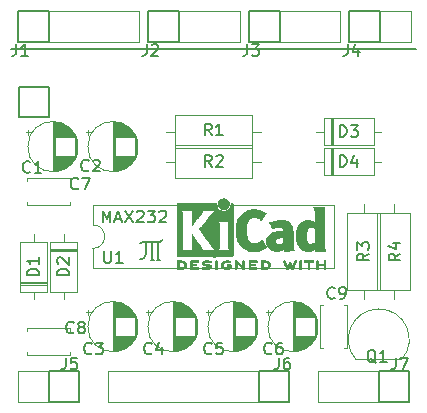
<source format=gbr>
%TF.GenerationSoftware,KiCad,Pcbnew,(6.0.9)*%
%TF.CreationDate,2023-02-09T17:54:21+01:00*%
%TF.ProjectId,piTelex_V10_1.0.0,70695465-6c65-4785-9f56-31305f312e30,1.0.0 -JK-*%
%TF.SameCoordinates,Original*%
%TF.FileFunction,Legend,Top*%
%TF.FilePolarity,Positive*%
%FSLAX46Y46*%
G04 Gerber Fmt 4.6, Leading zero omitted, Abs format (unit mm)*
G04 Created by KiCad (PCBNEW (6.0.9)) date 2023-02-09 17:54:21*
%MOMM*%
%LPD*%
G01*
G04 APERTURE LIST*
%ADD10C,0.150000*%
%ADD11C,0.120000*%
%ADD12C,0.010000*%
G04 APERTURE END LIST*
D10*
X86030000Y-66920000D02*
X83430000Y-66920000D01*
X83430000Y-66920000D02*
X83430000Y-69580000D01*
X83430000Y-69580000D02*
X86030000Y-69580000D01*
X86030000Y-69580000D02*
X86030000Y-66920000D01*
X97079000Y-66920000D02*
X94479000Y-66920000D01*
X94479000Y-66920000D02*
X94479000Y-69580000D01*
X94479000Y-69580000D02*
X97079000Y-69580000D01*
X97079000Y-69580000D02*
X97079000Y-66920000D01*
X105588000Y-66920000D02*
X102988000Y-66920000D01*
X102988000Y-66920000D02*
X102988000Y-69580000D01*
X102988000Y-69580000D02*
X105588000Y-69580000D01*
X105588000Y-69580000D02*
X105588000Y-66920000D01*
X114092000Y-66920000D02*
X111492000Y-66920000D01*
X111492000Y-66920000D02*
X111492000Y-69580000D01*
X111492000Y-69580000D02*
X114092000Y-69580000D01*
X114092000Y-69580000D02*
X114092000Y-66920000D01*
X113970000Y-100060000D02*
X116570000Y-100060000D01*
X116570000Y-100060000D02*
X116570000Y-97400000D01*
X116570000Y-97400000D02*
X113970000Y-97400000D01*
X113970000Y-97400000D02*
X113970000Y-100060000D01*
X103810000Y-100060000D02*
X106410000Y-100060000D01*
X106410000Y-100060000D02*
X106410000Y-97400000D01*
X106410000Y-97400000D02*
X103810000Y-97400000D01*
X103810000Y-97400000D02*
X103810000Y-100060000D01*
X86030000Y-100060000D02*
X88630000Y-100060000D01*
X88630000Y-100060000D02*
X88630000Y-97400000D01*
X88630000Y-97400000D02*
X86030000Y-97400000D01*
X86030000Y-97400000D02*
X86030000Y-100060000D01*
X94279971Y-87480442D02*
X94279971Y-86464442D01*
X93771971Y-87988442D02*
G75*
G03*
X94279971Y-87480442I-1J508001D01*
G01*
X95295971Y-86464442D02*
X95295971Y-87988442D01*
X94787971Y-86464442D02*
X94787971Y-87988442D01*
X94152971Y-86464442D02*
X95422971Y-86464442D01*
X95168971Y-87988442D02*
X95422971Y-87988442D01*
X95422971Y-86464442D02*
G75*
G03*
X95676971Y-86337442I5029J307443D01*
G01*
X94660971Y-87988442D02*
X94914971Y-87988442D01*
X94152971Y-86464442D02*
G75*
G03*
X93771971Y-86591442I-9901J-605298D01*
G01*
X82855000Y-70155000D02*
X117145000Y-70155000D01*
X83490000Y-73330000D02*
X86030000Y-73330000D01*
X86030000Y-73330000D02*
X86030000Y-75870000D01*
X86030000Y-75870000D02*
X83490000Y-75870000D01*
X83490000Y-75870000D02*
X83490000Y-73330000D01*
X90602333Y-84831380D02*
X90602333Y-83831380D01*
X90935666Y-84545666D01*
X91269000Y-83831380D01*
X91269000Y-84831380D01*
X91697571Y-84545666D02*
X92173761Y-84545666D01*
X91602333Y-84831380D02*
X91935666Y-83831380D01*
X92269000Y-84831380D01*
X92507095Y-83831380D02*
X93173761Y-84831380D01*
X93173761Y-83831380D02*
X92507095Y-84831380D01*
X93507095Y-83926619D02*
X93554714Y-83879000D01*
X93649952Y-83831380D01*
X93888047Y-83831380D01*
X93983285Y-83879000D01*
X94030904Y-83926619D01*
X94078523Y-84021857D01*
X94078523Y-84117095D01*
X94030904Y-84259952D01*
X93459476Y-84831380D01*
X94078523Y-84831380D01*
X94411857Y-83831380D02*
X95030904Y-83831380D01*
X94697571Y-84212333D01*
X94840428Y-84212333D01*
X94935666Y-84259952D01*
X94983285Y-84307571D01*
X95030904Y-84402809D01*
X95030904Y-84640904D01*
X94983285Y-84736142D01*
X94935666Y-84783761D01*
X94840428Y-84831380D01*
X94554714Y-84831380D01*
X94459476Y-84783761D01*
X94411857Y-84736142D01*
X95411857Y-83926619D02*
X95459476Y-83879000D01*
X95554714Y-83831380D01*
X95792809Y-83831380D01*
X95888047Y-83879000D01*
X95935666Y-83926619D01*
X95983285Y-84021857D01*
X95983285Y-84117095D01*
X95935666Y-84259952D01*
X95364238Y-84831380D01*
X95983285Y-84831380D01*
%TO.C,R2*%
X99833333Y-80132380D02*
X99500000Y-79656190D01*
X99261904Y-80132380D02*
X99261904Y-79132380D01*
X99642857Y-79132380D01*
X99738095Y-79180000D01*
X99785714Y-79227619D01*
X99833333Y-79322857D01*
X99833333Y-79465714D01*
X99785714Y-79560952D01*
X99738095Y-79608571D01*
X99642857Y-79656190D01*
X99261904Y-79656190D01*
X100214285Y-79227619D02*
X100261904Y-79180000D01*
X100357142Y-79132380D01*
X100595238Y-79132380D01*
X100690476Y-79180000D01*
X100738095Y-79227619D01*
X100785714Y-79322857D01*
X100785714Y-79418095D01*
X100738095Y-79560952D01*
X100166666Y-80132380D01*
X100785714Y-80132380D01*
%TO.C,C8*%
X88149333Y-94134142D02*
X88101714Y-94181761D01*
X87958857Y-94229380D01*
X87863619Y-94229380D01*
X87720761Y-94181761D01*
X87625523Y-94086523D01*
X87577904Y-93991285D01*
X87530285Y-93800809D01*
X87530285Y-93657952D01*
X87577904Y-93467476D01*
X87625523Y-93372238D01*
X87720761Y-93277000D01*
X87863619Y-93229380D01*
X87958857Y-93229380D01*
X88101714Y-93277000D01*
X88149333Y-93324619D01*
X88720761Y-93657952D02*
X88625523Y-93610333D01*
X88577904Y-93562714D01*
X88530285Y-93467476D01*
X88530285Y-93419857D01*
X88577904Y-93324619D01*
X88625523Y-93277000D01*
X88720761Y-93229380D01*
X88911238Y-93229380D01*
X89006476Y-93277000D01*
X89054095Y-93324619D01*
X89101714Y-93419857D01*
X89101714Y-93467476D01*
X89054095Y-93562714D01*
X89006476Y-93610333D01*
X88911238Y-93657952D01*
X88720761Y-93657952D01*
X88625523Y-93705571D01*
X88577904Y-93753190D01*
X88530285Y-93848428D01*
X88530285Y-94038904D01*
X88577904Y-94134142D01*
X88625523Y-94181761D01*
X88720761Y-94229380D01*
X88911238Y-94229380D01*
X89006476Y-94181761D01*
X89054095Y-94134142D01*
X89101714Y-94038904D01*
X89101714Y-93848428D01*
X89054095Y-93753190D01*
X89006476Y-93705571D01*
X88911238Y-93657952D01*
%TO.C,D4*%
X110691904Y-80132380D02*
X110691904Y-79132380D01*
X110930000Y-79132380D01*
X111072857Y-79180000D01*
X111168095Y-79275238D01*
X111215714Y-79370476D01*
X111263333Y-79560952D01*
X111263333Y-79703809D01*
X111215714Y-79894285D01*
X111168095Y-79989523D01*
X111072857Y-80084761D01*
X110930000Y-80132380D01*
X110691904Y-80132380D01*
X112120476Y-79465714D02*
X112120476Y-80132380D01*
X111882380Y-79084761D02*
X111644285Y-79799047D01*
X112263333Y-79799047D01*
%TO.C,C7*%
X88530333Y-81942142D02*
X88482714Y-81989761D01*
X88339857Y-82037380D01*
X88244619Y-82037380D01*
X88101761Y-81989761D01*
X88006523Y-81894523D01*
X87958904Y-81799285D01*
X87911285Y-81608809D01*
X87911285Y-81465952D01*
X87958904Y-81275476D01*
X88006523Y-81180238D01*
X88101761Y-81085000D01*
X88244619Y-81037380D01*
X88339857Y-81037380D01*
X88482714Y-81085000D01*
X88530333Y-81132619D01*
X88863666Y-81037380D02*
X89530333Y-81037380D01*
X89101761Y-82037380D01*
%TO.C,R1*%
X99833333Y-77465380D02*
X99500000Y-76989190D01*
X99261904Y-77465380D02*
X99261904Y-76465380D01*
X99642857Y-76465380D01*
X99738095Y-76513000D01*
X99785714Y-76560619D01*
X99833333Y-76655857D01*
X99833333Y-76798714D01*
X99785714Y-76893952D01*
X99738095Y-76941571D01*
X99642857Y-76989190D01*
X99261904Y-76989190D01*
X100785714Y-77465380D02*
X100214285Y-77465380D01*
X100500000Y-77465380D02*
X100500000Y-76465380D01*
X100404761Y-76608238D01*
X100309523Y-76703476D01*
X100214285Y-76751095D01*
%TO.C,J2*%
X94332666Y-69734380D02*
X94332666Y-70448666D01*
X94285047Y-70591523D01*
X94189809Y-70686761D01*
X94046952Y-70734380D01*
X93951714Y-70734380D01*
X94761238Y-69829619D02*
X94808857Y-69782000D01*
X94904095Y-69734380D01*
X95142190Y-69734380D01*
X95237428Y-69782000D01*
X95285047Y-69829619D01*
X95332666Y-69924857D01*
X95332666Y-70020095D01*
X95285047Y-70162952D01*
X94713619Y-70734380D01*
X95332666Y-70734380D01*
%TO.C,C6*%
X104913333Y-95912142D02*
X104865714Y-95959761D01*
X104722857Y-96007380D01*
X104627619Y-96007380D01*
X104484761Y-95959761D01*
X104389523Y-95864523D01*
X104341904Y-95769285D01*
X104294285Y-95578809D01*
X104294285Y-95435952D01*
X104341904Y-95245476D01*
X104389523Y-95150238D01*
X104484761Y-95055000D01*
X104627619Y-95007380D01*
X104722857Y-95007380D01*
X104865714Y-95055000D01*
X104913333Y-95102619D01*
X105770476Y-95007380D02*
X105580000Y-95007380D01*
X105484761Y-95055000D01*
X105437142Y-95102619D01*
X105341904Y-95245476D01*
X105294285Y-95435952D01*
X105294285Y-95816904D01*
X105341904Y-95912142D01*
X105389523Y-95959761D01*
X105484761Y-96007380D01*
X105675238Y-96007380D01*
X105770476Y-95959761D01*
X105818095Y-95912142D01*
X105865714Y-95816904D01*
X105865714Y-95578809D01*
X105818095Y-95483571D01*
X105770476Y-95435952D01*
X105675238Y-95388333D01*
X105484761Y-95388333D01*
X105389523Y-95435952D01*
X105341904Y-95483571D01*
X105294285Y-95578809D01*
%TO.C,R4*%
X115819380Y-87466666D02*
X115343190Y-87800000D01*
X115819380Y-88038095D02*
X114819380Y-88038095D01*
X114819380Y-87657142D01*
X114867000Y-87561904D01*
X114914619Y-87514285D01*
X115009857Y-87466666D01*
X115152714Y-87466666D01*
X115247952Y-87514285D01*
X115295571Y-87561904D01*
X115343190Y-87657142D01*
X115343190Y-88038095D01*
X115152714Y-86609523D02*
X115819380Y-86609523D01*
X114771761Y-86847619D02*
X115486047Y-87085714D01*
X115486047Y-86466666D01*
%TO.C,C4*%
X94753333Y-95912142D02*
X94705714Y-95959761D01*
X94562857Y-96007380D01*
X94467619Y-96007380D01*
X94324761Y-95959761D01*
X94229523Y-95864523D01*
X94181904Y-95769285D01*
X94134285Y-95578809D01*
X94134285Y-95435952D01*
X94181904Y-95245476D01*
X94229523Y-95150238D01*
X94324761Y-95055000D01*
X94467619Y-95007380D01*
X94562857Y-95007380D01*
X94705714Y-95055000D01*
X94753333Y-95102619D01*
X95610476Y-95340714D02*
X95610476Y-96007380D01*
X95372380Y-94959761D02*
X95134285Y-95674047D01*
X95753333Y-95674047D01*
%TO.C,J3*%
X102841666Y-69734380D02*
X102841666Y-70448666D01*
X102794047Y-70591523D01*
X102698809Y-70686761D01*
X102555952Y-70734380D01*
X102460714Y-70734380D01*
X103222619Y-69734380D02*
X103841666Y-69734380D01*
X103508333Y-70115333D01*
X103651190Y-70115333D01*
X103746428Y-70162952D01*
X103794047Y-70210571D01*
X103841666Y-70305809D01*
X103841666Y-70543904D01*
X103794047Y-70639142D01*
X103746428Y-70686761D01*
X103651190Y-70734380D01*
X103365476Y-70734380D01*
X103270238Y-70686761D01*
X103222619Y-70639142D01*
%TO.C,Q1*%
X113747761Y-96737619D02*
X113652523Y-96690000D01*
X113557285Y-96594761D01*
X113414428Y-96451904D01*
X113319190Y-96404285D01*
X113223952Y-96404285D01*
X113271571Y-96642380D02*
X113176333Y-96594761D01*
X113081095Y-96499523D01*
X113033476Y-96309047D01*
X113033476Y-95975714D01*
X113081095Y-95785238D01*
X113176333Y-95690000D01*
X113271571Y-95642380D01*
X113462047Y-95642380D01*
X113557285Y-95690000D01*
X113652523Y-95785238D01*
X113700142Y-95975714D01*
X113700142Y-96309047D01*
X113652523Y-96499523D01*
X113557285Y-96594761D01*
X113462047Y-96642380D01*
X113271571Y-96642380D01*
X114652523Y-96642380D02*
X114081095Y-96642380D01*
X114366809Y-96642380D02*
X114366809Y-95642380D01*
X114271571Y-95785238D01*
X114176333Y-95880476D01*
X114081095Y-95928095D01*
%TO.C,J7*%
X115414666Y-96277380D02*
X115414666Y-96991666D01*
X115367047Y-97134523D01*
X115271809Y-97229761D01*
X115128952Y-97277380D01*
X115033714Y-97277380D01*
X115795619Y-96277380D02*
X116462285Y-96277380D01*
X116033714Y-97277380D01*
%TO.C,J1*%
X83283666Y-69734380D02*
X83283666Y-70448666D01*
X83236047Y-70591523D01*
X83140809Y-70686761D01*
X82997952Y-70734380D01*
X82902714Y-70734380D01*
X84283666Y-70734380D02*
X83712238Y-70734380D01*
X83997952Y-70734380D02*
X83997952Y-69734380D01*
X83902714Y-69877238D01*
X83807476Y-69972476D01*
X83712238Y-70020095D01*
%TO.C,J5*%
X87474666Y-96277380D02*
X87474666Y-96991666D01*
X87427047Y-97134523D01*
X87331809Y-97229761D01*
X87188952Y-97277380D01*
X87093714Y-97277380D01*
X88427047Y-96277380D02*
X87950857Y-96277380D01*
X87903238Y-96753571D01*
X87950857Y-96705952D01*
X88046095Y-96658333D01*
X88284190Y-96658333D01*
X88379428Y-96705952D01*
X88427047Y-96753571D01*
X88474666Y-96848809D01*
X88474666Y-97086904D01*
X88427047Y-97182142D01*
X88379428Y-97229761D01*
X88284190Y-97277380D01*
X88046095Y-97277380D01*
X87950857Y-97229761D01*
X87903238Y-97182142D01*
%TO.C,C1*%
X84466333Y-80545142D02*
X84418714Y-80592761D01*
X84275857Y-80640380D01*
X84180619Y-80640380D01*
X84037761Y-80592761D01*
X83942523Y-80497523D01*
X83894904Y-80402285D01*
X83847285Y-80211809D01*
X83847285Y-80068952D01*
X83894904Y-79878476D01*
X83942523Y-79783238D01*
X84037761Y-79688000D01*
X84180619Y-79640380D01*
X84275857Y-79640380D01*
X84418714Y-79688000D01*
X84466333Y-79735619D01*
X85418714Y-80640380D02*
X84847285Y-80640380D01*
X85133000Y-80640380D02*
X85133000Y-79640380D01*
X85037761Y-79783238D01*
X84942523Y-79878476D01*
X84847285Y-79926095D01*
%TO.C,D2*%
X87752380Y-89308095D02*
X86752380Y-89308095D01*
X86752380Y-89070000D01*
X86800000Y-88927142D01*
X86895238Y-88831904D01*
X86990476Y-88784285D01*
X87180952Y-88736666D01*
X87323809Y-88736666D01*
X87514285Y-88784285D01*
X87609523Y-88831904D01*
X87704761Y-88927142D01*
X87752380Y-89070000D01*
X87752380Y-89308095D01*
X86847619Y-88355714D02*
X86800000Y-88308095D01*
X86752380Y-88212857D01*
X86752380Y-87974761D01*
X86800000Y-87879523D01*
X86847619Y-87831904D01*
X86942857Y-87784285D01*
X87038095Y-87784285D01*
X87180952Y-87831904D01*
X87752380Y-88403333D01*
X87752380Y-87784285D01*
%TO.C,C5*%
X99833333Y-95912142D02*
X99785714Y-95959761D01*
X99642857Y-96007380D01*
X99547619Y-96007380D01*
X99404761Y-95959761D01*
X99309523Y-95864523D01*
X99261904Y-95769285D01*
X99214285Y-95578809D01*
X99214285Y-95435952D01*
X99261904Y-95245476D01*
X99309523Y-95150238D01*
X99404761Y-95055000D01*
X99547619Y-95007380D01*
X99642857Y-95007380D01*
X99785714Y-95055000D01*
X99833333Y-95102619D01*
X100738095Y-95007380D02*
X100261904Y-95007380D01*
X100214285Y-95483571D01*
X100261904Y-95435952D01*
X100357142Y-95388333D01*
X100595238Y-95388333D01*
X100690476Y-95435952D01*
X100738095Y-95483571D01*
X100785714Y-95578809D01*
X100785714Y-95816904D01*
X100738095Y-95912142D01*
X100690476Y-95959761D01*
X100595238Y-96007380D01*
X100357142Y-96007380D01*
X100261904Y-95959761D01*
X100214285Y-95912142D01*
%TO.C,C3*%
X89673333Y-95912142D02*
X89625714Y-95959761D01*
X89482857Y-96007380D01*
X89387619Y-96007380D01*
X89244761Y-95959761D01*
X89149523Y-95864523D01*
X89101904Y-95769285D01*
X89054285Y-95578809D01*
X89054285Y-95435952D01*
X89101904Y-95245476D01*
X89149523Y-95150238D01*
X89244761Y-95055000D01*
X89387619Y-95007380D01*
X89482857Y-95007380D01*
X89625714Y-95055000D01*
X89673333Y-95102619D01*
X90006666Y-95007380D02*
X90625714Y-95007380D01*
X90292380Y-95388333D01*
X90435238Y-95388333D01*
X90530476Y-95435952D01*
X90578095Y-95483571D01*
X90625714Y-95578809D01*
X90625714Y-95816904D01*
X90578095Y-95912142D01*
X90530476Y-95959761D01*
X90435238Y-96007380D01*
X90149523Y-96007380D01*
X90054285Y-95959761D01*
X90006666Y-95912142D01*
%TO.C,J4*%
X111350666Y-69734380D02*
X111350666Y-70448666D01*
X111303047Y-70591523D01*
X111207809Y-70686761D01*
X111064952Y-70734380D01*
X110969714Y-70734380D01*
X112255428Y-70067714D02*
X112255428Y-70734380D01*
X112017333Y-69686761D02*
X111779238Y-70401047D01*
X112398285Y-70401047D01*
%TO.C,C9*%
X110247333Y-91213142D02*
X110199714Y-91260761D01*
X110056857Y-91308380D01*
X109961619Y-91308380D01*
X109818761Y-91260761D01*
X109723523Y-91165523D01*
X109675904Y-91070285D01*
X109628285Y-90879809D01*
X109628285Y-90736952D01*
X109675904Y-90546476D01*
X109723523Y-90451238D01*
X109818761Y-90356000D01*
X109961619Y-90308380D01*
X110056857Y-90308380D01*
X110199714Y-90356000D01*
X110247333Y-90403619D01*
X110723523Y-91308380D02*
X110914000Y-91308380D01*
X111009238Y-91260761D01*
X111056857Y-91213142D01*
X111152095Y-91070285D01*
X111199714Y-90879809D01*
X111199714Y-90498857D01*
X111152095Y-90403619D01*
X111104476Y-90356000D01*
X111009238Y-90308380D01*
X110818761Y-90308380D01*
X110723523Y-90356000D01*
X110675904Y-90403619D01*
X110628285Y-90498857D01*
X110628285Y-90736952D01*
X110675904Y-90832190D01*
X110723523Y-90879809D01*
X110818761Y-90927428D01*
X111009238Y-90927428D01*
X111104476Y-90879809D01*
X111152095Y-90832190D01*
X111199714Y-90736952D01*
%TO.C,J6*%
X105508666Y-96277380D02*
X105508666Y-96991666D01*
X105461047Y-97134523D01*
X105365809Y-97229761D01*
X105222952Y-97277380D01*
X105127714Y-97277380D01*
X106413428Y-96277380D02*
X106222952Y-96277380D01*
X106127714Y-96325000D01*
X106080095Y-96372619D01*
X105984857Y-96515476D01*
X105937238Y-96705952D01*
X105937238Y-97086904D01*
X105984857Y-97182142D01*
X106032476Y-97229761D01*
X106127714Y-97277380D01*
X106318190Y-97277380D01*
X106413428Y-97229761D01*
X106461047Y-97182142D01*
X106508666Y-97086904D01*
X106508666Y-96848809D01*
X106461047Y-96753571D01*
X106413428Y-96705952D01*
X106318190Y-96658333D01*
X106127714Y-96658333D01*
X106032476Y-96705952D01*
X105984857Y-96753571D01*
X105937238Y-96848809D01*
%TO.C,D3*%
X110691904Y-77592380D02*
X110691904Y-76592380D01*
X110930000Y-76592380D01*
X111072857Y-76640000D01*
X111168095Y-76735238D01*
X111215714Y-76830476D01*
X111263333Y-77020952D01*
X111263333Y-77163809D01*
X111215714Y-77354285D01*
X111168095Y-77449523D01*
X111072857Y-77544761D01*
X110930000Y-77592380D01*
X110691904Y-77592380D01*
X111596666Y-76592380D02*
X112215714Y-76592380D01*
X111882380Y-76973333D01*
X112025238Y-76973333D01*
X112120476Y-77020952D01*
X112168095Y-77068571D01*
X112215714Y-77163809D01*
X112215714Y-77401904D01*
X112168095Y-77497142D01*
X112120476Y-77544761D01*
X112025238Y-77592380D01*
X111739523Y-77592380D01*
X111644285Y-77544761D01*
X111596666Y-77497142D01*
%TO.C,R3*%
X113152380Y-87466666D02*
X112676190Y-87800000D01*
X113152380Y-88038095D02*
X112152380Y-88038095D01*
X112152380Y-87657142D01*
X112200000Y-87561904D01*
X112247619Y-87514285D01*
X112342857Y-87466666D01*
X112485714Y-87466666D01*
X112580952Y-87514285D01*
X112628571Y-87561904D01*
X112676190Y-87657142D01*
X112676190Y-88038095D01*
X112152380Y-87133333D02*
X112152380Y-86514285D01*
X112533333Y-86847619D01*
X112533333Y-86704761D01*
X112580952Y-86609523D01*
X112628571Y-86561904D01*
X112723809Y-86514285D01*
X112961904Y-86514285D01*
X113057142Y-86561904D01*
X113104761Y-86609523D01*
X113152380Y-86704761D01*
X113152380Y-86990476D01*
X113104761Y-87085714D01*
X113057142Y-87133333D01*
%TO.C,C2*%
X89419333Y-80418142D02*
X89371714Y-80465761D01*
X89228857Y-80513380D01*
X89133619Y-80513380D01*
X88990761Y-80465761D01*
X88895523Y-80370523D01*
X88847904Y-80275285D01*
X88800285Y-80084809D01*
X88800285Y-79941952D01*
X88847904Y-79751476D01*
X88895523Y-79656238D01*
X88990761Y-79561000D01*
X89133619Y-79513380D01*
X89228857Y-79513380D01*
X89371714Y-79561000D01*
X89419333Y-79608619D01*
X89800285Y-79608619D02*
X89847904Y-79561000D01*
X89943142Y-79513380D01*
X90181238Y-79513380D01*
X90276476Y-79561000D01*
X90324095Y-79608619D01*
X90371714Y-79703857D01*
X90371714Y-79799095D01*
X90324095Y-79941952D01*
X89752666Y-80513380D01*
X90371714Y-80513380D01*
%TO.C,D1*%
X85212380Y-89308095D02*
X84212380Y-89308095D01*
X84212380Y-89070000D01*
X84260000Y-88927142D01*
X84355238Y-88831904D01*
X84450476Y-88784285D01*
X84640952Y-88736666D01*
X84783809Y-88736666D01*
X84974285Y-88784285D01*
X85069523Y-88831904D01*
X85164761Y-88927142D01*
X85212380Y-89070000D01*
X85212380Y-89308095D01*
X85212380Y-87784285D02*
X85212380Y-88355714D01*
X85212380Y-88070000D02*
X84212380Y-88070000D01*
X84355238Y-88165238D01*
X84450476Y-88260476D01*
X84498095Y-88355714D01*
%TO.C,U1*%
X90729095Y-87260380D02*
X90729095Y-88069904D01*
X90776714Y-88165142D01*
X90824333Y-88212761D01*
X90919571Y-88260380D01*
X91110047Y-88260380D01*
X91205285Y-88212761D01*
X91252904Y-88165142D01*
X91300523Y-88069904D01*
X91300523Y-87260380D01*
X92300523Y-88260380D02*
X91729095Y-88260380D01*
X92014809Y-88260380D02*
X92014809Y-87260380D01*
X91919571Y-87403238D01*
X91824333Y-87498476D01*
X91729095Y-87546095D01*
D11*
%TO.C,R2*%
X103270000Y-81050000D02*
X103270000Y-78310000D01*
X96730000Y-81050000D02*
X103270000Y-81050000D01*
X95960000Y-79680000D02*
X96730000Y-79680000D01*
X103270000Y-78310000D02*
X96730000Y-78310000D01*
X96730000Y-78310000D02*
X96730000Y-81050000D01*
X104040000Y-79680000D02*
X103270000Y-79680000D01*
%TO.C,C8*%
X84230000Y-96090000D02*
X84230000Y-95845000D01*
X87870000Y-96090000D02*
X84230000Y-96090000D01*
X87870000Y-93995000D02*
X87870000Y-93750000D01*
X87870000Y-93750000D02*
X84230000Y-93750000D01*
X84230000Y-93995000D02*
X84230000Y-93750000D01*
X87870000Y-96090000D02*
X87870000Y-95845000D01*
%TO.C,D4*%
X113550000Y-80800000D02*
X113550000Y-78560000D01*
X110150000Y-78560000D02*
X110150000Y-80800000D01*
X109310000Y-80800000D02*
X113550000Y-80800000D01*
X108660000Y-79680000D02*
X109310000Y-79680000D01*
X110030000Y-78560000D02*
X110030000Y-80800000D01*
X109310000Y-78560000D02*
X109310000Y-80800000D01*
X113550000Y-78560000D02*
X109310000Y-78560000D01*
X114200000Y-79680000D02*
X113550000Y-79680000D01*
X109910000Y-78560000D02*
X109910000Y-80800000D01*
%TO.C,C7*%
X84210000Y-81295000D02*
X84210000Y-81050000D01*
X84210000Y-83390000D02*
X84210000Y-83145000D01*
X87850000Y-81295000D02*
X87850000Y-81050000D01*
X87850000Y-83390000D02*
X87850000Y-83145000D01*
X87850000Y-83390000D02*
X84210000Y-83390000D01*
X87850000Y-81050000D02*
X84210000Y-81050000D01*
%TO.C,R1*%
X103270000Y-78510000D02*
X103270000Y-75770000D01*
X95960000Y-77140000D02*
X96730000Y-77140000D01*
X96730000Y-78510000D02*
X103270000Y-78510000D01*
X104040000Y-77140000D02*
X103270000Y-77140000D01*
X96730000Y-75770000D02*
X96730000Y-78510000D01*
X103270000Y-75770000D02*
X96730000Y-75770000D01*
%TO.C,J2*%
X95809000Y-69580000D02*
X94479000Y-69580000D01*
X97079000Y-69580000D02*
X102219000Y-69580000D01*
X102219000Y-69580000D02*
X102219000Y-66920000D01*
X94479000Y-69580000D02*
X94479000Y-68250000D01*
X97079000Y-66920000D02*
X102219000Y-66920000D01*
X97079000Y-69580000D02*
X97079000Y-66920000D01*
%TO.C,C6*%
X107516000Y-91726000D02*
X107516000Y-92810000D01*
X108156000Y-94490000D02*
X108156000Y-95166000D01*
X107796000Y-94490000D02*
X107796000Y-95435000D01*
X108436000Y-92450000D02*
X108436000Y-92810000D01*
X107235000Y-91634000D02*
X107235000Y-92810000D01*
X108236000Y-92212000D02*
X108236000Y-92810000D01*
X107315000Y-91656000D02*
X107315000Y-92810000D01*
X106875000Y-91576000D02*
X106875000Y-95724000D01*
X107916000Y-94490000D02*
X107916000Y-95358000D01*
X107756000Y-91842000D02*
X107756000Y-92810000D01*
X104645199Y-92255000D02*
X104645199Y-92655000D01*
X107355000Y-91668000D02*
X107355000Y-92810000D01*
X106915000Y-94490000D02*
X106915000Y-95721000D01*
X108236000Y-94490000D02*
X108236000Y-95088000D01*
X108396000Y-94490000D02*
X108396000Y-94904000D01*
X107315000Y-94490000D02*
X107315000Y-95644000D01*
X108796000Y-93280000D02*
X108796000Y-94020000D01*
X107676000Y-94490000D02*
X107676000Y-95501000D01*
X107355000Y-94490000D02*
X107355000Y-95632000D01*
X107035000Y-91594000D02*
X107035000Y-92810000D01*
X106995000Y-91588000D02*
X106995000Y-92810000D01*
X108676000Y-92882000D02*
X108676000Y-94418000D01*
X107075000Y-91600000D02*
X107075000Y-92810000D01*
X107115000Y-94490000D02*
X107115000Y-95692000D01*
X107556000Y-91743000D02*
X107556000Y-92810000D01*
X107556000Y-94490000D02*
X107556000Y-95557000D01*
X107195000Y-94490000D02*
X107195000Y-95675000D01*
X107395000Y-94490000D02*
X107395000Y-95618000D01*
X107476000Y-94490000D02*
X107476000Y-95590000D01*
X107876000Y-91915000D02*
X107876000Y-92810000D01*
X107275000Y-94490000D02*
X107275000Y-95655000D01*
X108196000Y-92172000D02*
X108196000Y-92810000D01*
X107716000Y-94490000D02*
X107716000Y-95480000D01*
X107436000Y-94490000D02*
X107436000Y-95604000D01*
X104445199Y-92455000D02*
X104845199Y-92455000D01*
X108356000Y-92346000D02*
X108356000Y-92810000D01*
X107395000Y-91682000D02*
X107395000Y-92810000D01*
X108156000Y-92134000D02*
X108156000Y-92810000D01*
X108756000Y-93113000D02*
X108756000Y-94187000D01*
X107876000Y-94490000D02*
X107876000Y-95385000D01*
X107796000Y-91865000D02*
X107796000Y-92810000D01*
X107636000Y-91780000D02*
X107636000Y-92810000D01*
X107035000Y-94490000D02*
X107035000Y-95706000D01*
X107596000Y-94490000D02*
X107596000Y-95539000D01*
X108116000Y-92098000D02*
X108116000Y-92810000D01*
X107636000Y-94490000D02*
X107636000Y-95520000D01*
X108036000Y-94490000D02*
X108036000Y-95269000D01*
X106955000Y-94490000D02*
X106955000Y-95717000D01*
X108316000Y-92299000D02*
X108316000Y-92810000D01*
X106715000Y-91570000D02*
X106715000Y-95730000D01*
X106955000Y-91583000D02*
X106955000Y-92810000D01*
X107476000Y-91710000D02*
X107476000Y-92810000D01*
X107956000Y-91970000D02*
X107956000Y-92810000D01*
X108636000Y-92791000D02*
X108636000Y-94509000D01*
X108436000Y-94490000D02*
X108436000Y-94850000D01*
X107155000Y-91616000D02*
X107155000Y-92810000D01*
X108516000Y-94490000D02*
X108516000Y-94730000D01*
X107996000Y-92000000D02*
X107996000Y-92810000D01*
X106795000Y-91571000D02*
X106795000Y-95729000D01*
X108116000Y-94490000D02*
X108116000Y-95202000D01*
X108556000Y-92637000D02*
X108556000Y-94663000D01*
X107195000Y-91625000D02*
X107195000Y-92810000D01*
X107916000Y-91942000D02*
X107916000Y-92810000D01*
X107235000Y-94490000D02*
X107235000Y-95666000D01*
X108036000Y-92031000D02*
X108036000Y-92810000D01*
X108276000Y-92254000D02*
X108276000Y-92810000D01*
X107596000Y-91761000D02*
X107596000Y-92810000D01*
X108276000Y-94490000D02*
X108276000Y-95046000D01*
X108196000Y-94490000D02*
X108196000Y-95128000D01*
X107996000Y-94490000D02*
X107996000Y-95300000D01*
X106835000Y-91573000D02*
X106835000Y-95727000D01*
X107115000Y-91608000D02*
X107115000Y-92810000D01*
X107756000Y-94490000D02*
X107756000Y-95458000D01*
X107155000Y-94490000D02*
X107155000Y-95684000D01*
X108516000Y-92570000D02*
X108516000Y-92810000D01*
X108716000Y-92986000D02*
X108716000Y-94314000D01*
X108476000Y-94490000D02*
X108476000Y-94792000D01*
X107956000Y-94490000D02*
X107956000Y-95330000D01*
X108076000Y-92063000D02*
X108076000Y-92810000D01*
X107436000Y-91696000D02*
X107436000Y-92810000D01*
X108076000Y-94490000D02*
X108076000Y-95237000D01*
X106995000Y-94490000D02*
X106995000Y-95712000D01*
X107676000Y-91799000D02*
X107676000Y-92810000D01*
X107716000Y-91820000D02*
X107716000Y-92810000D01*
X107836000Y-91890000D02*
X107836000Y-92810000D01*
X106755000Y-91570000D02*
X106755000Y-95730000D01*
X106915000Y-91579000D02*
X106915000Y-92810000D01*
X108356000Y-94490000D02*
X108356000Y-94954000D01*
X108596000Y-92710000D02*
X108596000Y-94590000D01*
X107275000Y-91645000D02*
X107275000Y-92810000D01*
X107516000Y-94490000D02*
X107516000Y-95574000D01*
X108476000Y-92508000D02*
X108476000Y-92810000D01*
X107836000Y-94490000D02*
X107836000Y-95410000D01*
X108396000Y-92396000D02*
X108396000Y-92810000D01*
X108316000Y-94490000D02*
X108316000Y-95001000D01*
X107075000Y-94490000D02*
X107075000Y-95700000D01*
X108835000Y-93650000D02*
G75*
G03*
X108835000Y-93650000I-2120000J0D01*
G01*
%TO.C,R4*%
X113870000Y-84030000D02*
X113870000Y-90570000D01*
X116610000Y-84030000D02*
X113870000Y-84030000D01*
X113870000Y-90570000D02*
X116610000Y-90570000D01*
X115240000Y-83260000D02*
X115240000Y-84030000D01*
X116610000Y-90570000D02*
X116610000Y-84030000D01*
X115240000Y-91340000D02*
X115240000Y-90570000D01*
%TO.C,C4*%
X98036000Y-92172000D02*
X98036000Y-92810000D01*
X94485199Y-92255000D02*
X94485199Y-92655000D01*
X97796000Y-94490000D02*
X97796000Y-95330000D01*
X98556000Y-92986000D02*
X98556000Y-94314000D01*
X97756000Y-91942000D02*
X97756000Y-92810000D01*
X98436000Y-92710000D02*
X98436000Y-94590000D01*
X98036000Y-94490000D02*
X98036000Y-95128000D01*
X98116000Y-92254000D02*
X98116000Y-92810000D01*
X97516000Y-94490000D02*
X97516000Y-95501000D01*
X98156000Y-94490000D02*
X98156000Y-95001000D01*
X97235000Y-91682000D02*
X97235000Y-92810000D01*
X98236000Y-92396000D02*
X98236000Y-92810000D01*
X98156000Y-92299000D02*
X98156000Y-92810000D01*
X97115000Y-91645000D02*
X97115000Y-92810000D01*
X96755000Y-94490000D02*
X96755000Y-95721000D01*
X98356000Y-92570000D02*
X98356000Y-92810000D01*
X96995000Y-91616000D02*
X96995000Y-92810000D01*
X97075000Y-91634000D02*
X97075000Y-92810000D01*
X97155000Y-91656000D02*
X97155000Y-92810000D01*
X98116000Y-94490000D02*
X98116000Y-95046000D01*
X97115000Y-94490000D02*
X97115000Y-95655000D01*
X97596000Y-91842000D02*
X97596000Y-92810000D01*
X96755000Y-91579000D02*
X96755000Y-92810000D01*
X97155000Y-94490000D02*
X97155000Y-95644000D01*
X97396000Y-94490000D02*
X97396000Y-95557000D01*
X97996000Y-94490000D02*
X97996000Y-95166000D01*
X97636000Y-91865000D02*
X97636000Y-92810000D01*
X97195000Y-91668000D02*
X97195000Y-92810000D01*
X96955000Y-91608000D02*
X96955000Y-92810000D01*
X96635000Y-91571000D02*
X96635000Y-95729000D01*
X97195000Y-94490000D02*
X97195000Y-95632000D01*
X97996000Y-92134000D02*
X97996000Y-92810000D01*
X98316000Y-92508000D02*
X98316000Y-92810000D01*
X98196000Y-92346000D02*
X98196000Y-92810000D01*
X97876000Y-92031000D02*
X97876000Y-92810000D01*
X94285199Y-92455000D02*
X94685199Y-92455000D01*
X98276000Y-92450000D02*
X98276000Y-92810000D01*
X96675000Y-91573000D02*
X96675000Y-95727000D01*
X97956000Y-94490000D02*
X97956000Y-95202000D01*
X97276000Y-94490000D02*
X97276000Y-95604000D01*
X97596000Y-94490000D02*
X97596000Y-95458000D01*
X98476000Y-92791000D02*
X98476000Y-94509000D01*
X98236000Y-94490000D02*
X98236000Y-94904000D01*
X96915000Y-91600000D02*
X96915000Y-92810000D01*
X97756000Y-94490000D02*
X97756000Y-95358000D01*
X96995000Y-94490000D02*
X96995000Y-95684000D01*
X98276000Y-94490000D02*
X98276000Y-94850000D01*
X97876000Y-94490000D02*
X97876000Y-95269000D01*
X97035000Y-91625000D02*
X97035000Y-92810000D01*
X97075000Y-94490000D02*
X97075000Y-95666000D01*
X98076000Y-92212000D02*
X98076000Y-92810000D01*
X96795000Y-94490000D02*
X96795000Y-95717000D01*
X96875000Y-91594000D02*
X96875000Y-92810000D01*
X96715000Y-91576000D02*
X96715000Y-95724000D01*
X98076000Y-94490000D02*
X98076000Y-95088000D01*
X97636000Y-94490000D02*
X97636000Y-95435000D01*
X96875000Y-94490000D02*
X96875000Y-95706000D01*
X97916000Y-92063000D02*
X97916000Y-92810000D01*
X97316000Y-91710000D02*
X97316000Y-92810000D01*
X97556000Y-91820000D02*
X97556000Y-92810000D01*
X97356000Y-91726000D02*
X97356000Y-92810000D01*
X97035000Y-94490000D02*
X97035000Y-95675000D01*
X98316000Y-94490000D02*
X98316000Y-94792000D01*
X98396000Y-92637000D02*
X98396000Y-94663000D01*
X97556000Y-94490000D02*
X97556000Y-95480000D01*
X97796000Y-91970000D02*
X97796000Y-92810000D01*
X96795000Y-91583000D02*
X96795000Y-92810000D01*
X97476000Y-91780000D02*
X97476000Y-92810000D01*
X97235000Y-94490000D02*
X97235000Y-95618000D01*
X96915000Y-94490000D02*
X96915000Y-95700000D01*
X97436000Y-94490000D02*
X97436000Y-95539000D01*
X98516000Y-92882000D02*
X98516000Y-94418000D01*
X97916000Y-94490000D02*
X97916000Y-95237000D01*
X96955000Y-94490000D02*
X96955000Y-95692000D01*
X97396000Y-91743000D02*
X97396000Y-92810000D01*
X98356000Y-94490000D02*
X98356000Y-94730000D01*
X97676000Y-91890000D02*
X97676000Y-92810000D01*
X97276000Y-91696000D02*
X97276000Y-92810000D01*
X97716000Y-91915000D02*
X97716000Y-92810000D01*
X97716000Y-94490000D02*
X97716000Y-95385000D01*
X97836000Y-92000000D02*
X97836000Y-92810000D01*
X96595000Y-91570000D02*
X96595000Y-95730000D01*
X96555000Y-91570000D02*
X96555000Y-95730000D01*
X98196000Y-94490000D02*
X98196000Y-94954000D01*
X96835000Y-94490000D02*
X96835000Y-95712000D01*
X97956000Y-92098000D02*
X97956000Y-92810000D01*
X97316000Y-94490000D02*
X97316000Y-95590000D01*
X96835000Y-91588000D02*
X96835000Y-92810000D01*
X97516000Y-91799000D02*
X97516000Y-92810000D01*
X97356000Y-94490000D02*
X97356000Y-95574000D01*
X97836000Y-94490000D02*
X97836000Y-95300000D01*
X97436000Y-91761000D02*
X97436000Y-92810000D01*
X98636000Y-93280000D02*
X98636000Y-94020000D01*
X97676000Y-94490000D02*
X97676000Y-95410000D01*
X97476000Y-94490000D02*
X97476000Y-95520000D01*
X98596000Y-93113000D02*
X98596000Y-94187000D01*
X98675000Y-93650000D02*
G75*
G03*
X98675000Y-93650000I-2120000J0D01*
G01*
%TO.C,REF\u002A\u002A*%
G36*
X101874886Y-88049448D02*
G01*
X101898452Y-88063273D01*
X101929265Y-88085881D01*
X101968922Y-88118338D01*
X102019020Y-88161708D01*
X102081157Y-88217058D01*
X102156928Y-88285451D01*
X102243666Y-88364084D01*
X102424289Y-88527878D01*
X102429933Y-88308029D01*
X102431971Y-88232351D01*
X102433937Y-88175994D01*
X102436266Y-88135706D01*
X102439394Y-88108235D01*
X102443755Y-88090329D01*
X102449784Y-88078737D01*
X102457916Y-88070208D01*
X102462228Y-88066623D01*
X102496759Y-88047670D01*
X102529617Y-88050441D01*
X102555682Y-88066633D01*
X102582333Y-88088199D01*
X102585648Y-88403151D01*
X102586565Y-88495779D01*
X102587032Y-88568544D01*
X102586887Y-88624161D01*
X102585968Y-88665342D01*
X102584113Y-88694803D01*
X102581161Y-88715255D01*
X102576950Y-88729413D01*
X102571318Y-88739991D01*
X102565073Y-88748474D01*
X102551561Y-88764207D01*
X102538117Y-88774636D01*
X102522876Y-88778639D01*
X102503974Y-88775094D01*
X102479545Y-88762879D01*
X102447727Y-88740871D01*
X102406652Y-88707949D01*
X102354458Y-88662991D01*
X102289278Y-88604875D01*
X102215444Y-88538099D01*
X101950155Y-88297458D01*
X101944511Y-88516589D01*
X101942469Y-88592128D01*
X101940498Y-88648354D01*
X101938161Y-88688524D01*
X101935019Y-88715896D01*
X101930636Y-88733728D01*
X101924576Y-88745279D01*
X101916400Y-88753807D01*
X101912216Y-88757282D01*
X101875235Y-88776372D01*
X101840292Y-88773493D01*
X101809864Y-88749100D01*
X101802903Y-88739286D01*
X101797477Y-88727826D01*
X101793397Y-88711968D01*
X101790471Y-88688963D01*
X101788508Y-88656062D01*
X101787317Y-88610516D01*
X101786708Y-88549573D01*
X101786489Y-88470486D01*
X101786466Y-88411956D01*
X101786540Y-88320407D01*
X101786887Y-88248687D01*
X101787699Y-88194045D01*
X101789167Y-88153732D01*
X101791481Y-88124998D01*
X101794833Y-88105093D01*
X101799412Y-88091268D01*
X101805411Y-88080772D01*
X101809864Y-88074811D01*
X101821150Y-88060691D01*
X101831699Y-88050029D01*
X101843107Y-88043892D01*
X101856970Y-88043343D01*
X101874886Y-88049448D01*
G37*
D12*
X101874886Y-88049448D02*
X101898452Y-88063273D01*
X101929265Y-88085881D01*
X101968922Y-88118338D01*
X102019020Y-88161708D01*
X102081157Y-88217058D01*
X102156928Y-88285451D01*
X102243666Y-88364084D01*
X102424289Y-88527878D01*
X102429933Y-88308029D01*
X102431971Y-88232351D01*
X102433937Y-88175994D01*
X102436266Y-88135706D01*
X102439394Y-88108235D01*
X102443755Y-88090329D01*
X102449784Y-88078737D01*
X102457916Y-88070208D01*
X102462228Y-88066623D01*
X102496759Y-88047670D01*
X102529617Y-88050441D01*
X102555682Y-88066633D01*
X102582333Y-88088199D01*
X102585648Y-88403151D01*
X102586565Y-88495779D01*
X102587032Y-88568544D01*
X102586887Y-88624161D01*
X102585968Y-88665342D01*
X102584113Y-88694803D01*
X102581161Y-88715255D01*
X102576950Y-88729413D01*
X102571318Y-88739991D01*
X102565073Y-88748474D01*
X102551561Y-88764207D01*
X102538117Y-88774636D01*
X102522876Y-88778639D01*
X102503974Y-88775094D01*
X102479545Y-88762879D01*
X102447727Y-88740871D01*
X102406652Y-88707949D01*
X102354458Y-88662991D01*
X102289278Y-88604875D01*
X102215444Y-88538099D01*
X101950155Y-88297458D01*
X101944511Y-88516589D01*
X101942469Y-88592128D01*
X101940498Y-88648354D01*
X101938161Y-88688524D01*
X101935019Y-88715896D01*
X101930636Y-88733728D01*
X101924576Y-88745279D01*
X101916400Y-88753807D01*
X101912216Y-88757282D01*
X101875235Y-88776372D01*
X101840292Y-88773493D01*
X101809864Y-88749100D01*
X101802903Y-88739286D01*
X101797477Y-88727826D01*
X101793397Y-88711968D01*
X101790471Y-88688963D01*
X101788508Y-88656062D01*
X101787317Y-88610516D01*
X101786708Y-88549573D01*
X101786489Y-88470486D01*
X101786466Y-88411956D01*
X101786540Y-88320407D01*
X101786887Y-88248687D01*
X101787699Y-88194045D01*
X101789167Y-88153732D01*
X101791481Y-88124998D01*
X101794833Y-88105093D01*
X101799412Y-88091268D01*
X101805411Y-88080772D01*
X101809864Y-88074811D01*
X101821150Y-88060691D01*
X101831699Y-88050029D01*
X101843107Y-88043892D01*
X101856970Y-88043343D01*
X101874886Y-88049448D01*
G36*
X107363614Y-88051877D02*
G01*
X107387327Y-88066647D01*
X107413978Y-88088227D01*
X107413978Y-88409773D01*
X107413893Y-88503830D01*
X107413529Y-88577932D01*
X107412724Y-88634704D01*
X107411313Y-88676768D01*
X107409133Y-88706748D01*
X107406021Y-88727267D01*
X107401814Y-88740949D01*
X107396348Y-88750416D01*
X107392472Y-88755082D01*
X107361034Y-88775575D01*
X107325233Y-88774739D01*
X107293873Y-88757264D01*
X107267222Y-88735684D01*
X107267222Y-88088227D01*
X107293873Y-88066647D01*
X107319594Y-88050949D01*
X107340600Y-88045067D01*
X107363614Y-88051877D01*
G37*
X107363614Y-88051877D02*
X107387327Y-88066647D01*
X107413978Y-88088227D01*
X107413978Y-88409773D01*
X107413893Y-88503830D01*
X107413529Y-88577932D01*
X107412724Y-88634704D01*
X107411313Y-88676768D01*
X107409133Y-88706748D01*
X107406021Y-88727267D01*
X107401814Y-88740949D01*
X107396348Y-88750416D01*
X107392472Y-88755082D01*
X107361034Y-88775575D01*
X107325233Y-88774739D01*
X107293873Y-88757264D01*
X107267222Y-88735684D01*
X107267222Y-88088227D01*
X107293873Y-88066647D01*
X107319594Y-88050949D01*
X107340600Y-88045067D01*
X107363614Y-88051877D01*
G36*
X100228600Y-83265054D02*
G01*
X100239465Y-83378993D01*
X100271082Y-83486616D01*
X100321985Y-83585615D01*
X100390707Y-83673684D01*
X100475781Y-83748516D01*
X100572768Y-83806384D01*
X100679036Y-83846005D01*
X100786050Y-83864573D01*
X100891700Y-83863434D01*
X100993875Y-83843930D01*
X101090466Y-83807406D01*
X101179362Y-83755205D01*
X101258454Y-83688673D01*
X101325631Y-83609152D01*
X101378783Y-83517987D01*
X101415801Y-83416523D01*
X101434573Y-83306102D01*
X101436511Y-83256206D01*
X101436511Y-83168267D01*
X101488440Y-83168267D01*
X101524747Y-83171111D01*
X101551645Y-83182911D01*
X101578751Y-83206649D01*
X101617133Y-83245031D01*
X101617133Y-85436602D01*
X101617124Y-85698739D01*
X101617092Y-85939241D01*
X101617028Y-86159048D01*
X101616924Y-86359101D01*
X101616773Y-86540344D01*
X101616566Y-86703716D01*
X101616294Y-86850160D01*
X101615950Y-86980617D01*
X101615526Y-87096029D01*
X101615013Y-87197338D01*
X101614403Y-87285484D01*
X101613688Y-87361410D01*
X101612860Y-87426057D01*
X101611911Y-87480367D01*
X101610833Y-87525280D01*
X101609617Y-87561740D01*
X101608255Y-87590687D01*
X101606739Y-87613063D01*
X101605062Y-87629809D01*
X101603214Y-87641868D01*
X101601187Y-87650180D01*
X101598975Y-87655687D01*
X101597892Y-87657537D01*
X101593729Y-87664549D01*
X101590195Y-87670996D01*
X101586365Y-87676900D01*
X101581318Y-87682286D01*
X101574129Y-87687178D01*
X101563877Y-87691598D01*
X101549636Y-87695572D01*
X101530486Y-87699121D01*
X101505501Y-87702270D01*
X101473760Y-87705042D01*
X101434338Y-87707461D01*
X101386314Y-87709551D01*
X101328763Y-87711335D01*
X101260763Y-87712837D01*
X101181390Y-87714080D01*
X101089721Y-87715089D01*
X100984834Y-87715885D01*
X100865804Y-87716494D01*
X100731710Y-87716939D01*
X100581627Y-87717243D01*
X100414633Y-87717430D01*
X100229804Y-87717524D01*
X100026217Y-87717548D01*
X99802950Y-87717525D01*
X99559078Y-87717480D01*
X99293679Y-87717437D01*
X99255296Y-87717432D01*
X98988318Y-87717389D01*
X98742998Y-87717318D01*
X98518417Y-87717213D01*
X98313655Y-87717066D01*
X98127794Y-87716869D01*
X97959912Y-87716616D01*
X97809092Y-87716300D01*
X97674413Y-87715913D01*
X97554956Y-87715447D01*
X97449801Y-87714897D01*
X97358029Y-87714253D01*
X97278721Y-87713511D01*
X97210957Y-87712661D01*
X97153818Y-87711697D01*
X97106383Y-87710611D01*
X97067734Y-87709397D01*
X97036951Y-87708047D01*
X97013115Y-87706555D01*
X96995306Y-87704911D01*
X96982605Y-87703111D01*
X96974092Y-87701145D01*
X96969734Y-87699477D01*
X96961272Y-87695906D01*
X96953503Y-87693270D01*
X96946398Y-87690634D01*
X96939927Y-87687062D01*
X96934061Y-87681621D01*
X96928771Y-87673375D01*
X96924026Y-87661390D01*
X96919798Y-87644731D01*
X96916057Y-87622463D01*
X96912773Y-87593652D01*
X96909917Y-87557363D01*
X96907460Y-87512661D01*
X96905371Y-87458611D01*
X96903622Y-87394279D01*
X96902183Y-87318730D01*
X96901024Y-87231030D01*
X96900117Y-87130243D01*
X96899431Y-87015434D01*
X96898937Y-86885670D01*
X96898605Y-86740015D01*
X96898407Y-86577535D01*
X96898313Y-86397295D01*
X96898292Y-86198360D01*
X96898315Y-85979796D01*
X96898354Y-85740668D01*
X96898378Y-85480040D01*
X96898378Y-85437889D01*
X96898364Y-85174992D01*
X96898339Y-84933732D01*
X96898329Y-84713165D01*
X96898358Y-84512352D01*
X96898452Y-84330349D01*
X96898638Y-84166216D01*
X96898941Y-84019011D01*
X96899386Y-83887792D01*
X96899966Y-83777867D01*
X97202803Y-83777867D01*
X97242593Y-83835711D01*
X97253764Y-83851479D01*
X97263834Y-83865441D01*
X97272862Y-83878784D01*
X97280903Y-83892693D01*
X97288014Y-83908356D01*
X97294253Y-83926958D01*
X97299675Y-83949686D01*
X97304338Y-83977727D01*
X97308299Y-84012267D01*
X97311615Y-84054492D01*
X97314341Y-84105589D01*
X97316536Y-84166744D01*
X97318255Y-84239144D01*
X97319556Y-84323975D01*
X97320495Y-84422422D01*
X97321130Y-84535674D01*
X97321516Y-84664916D01*
X97321712Y-84811334D01*
X97321773Y-84976116D01*
X97321757Y-85160447D01*
X97321720Y-85365513D01*
X97321711Y-85488133D01*
X97321735Y-85705082D01*
X97321769Y-85900642D01*
X97321757Y-86075999D01*
X97321642Y-86232341D01*
X97321370Y-86370857D01*
X97320882Y-86492734D01*
X97320124Y-86599160D01*
X97319038Y-86691322D01*
X97317569Y-86770409D01*
X97315660Y-86837608D01*
X97313256Y-86894107D01*
X97310299Y-86941093D01*
X97306734Y-86979755D01*
X97302505Y-87011280D01*
X97297554Y-87036855D01*
X97291827Y-87057670D01*
X97285267Y-87074911D01*
X97277817Y-87089765D01*
X97269421Y-87103422D01*
X97260024Y-87117069D01*
X97249568Y-87131893D01*
X97243477Y-87140783D01*
X97204704Y-87198400D01*
X97736268Y-87198400D01*
X97859517Y-87198365D01*
X97962013Y-87198215D01*
X98045580Y-87197878D01*
X98112044Y-87197286D01*
X98163229Y-87196367D01*
X98200959Y-87195051D01*
X98227060Y-87193269D01*
X98243356Y-87190951D01*
X98251672Y-87188026D01*
X98253832Y-87184424D01*
X98251661Y-87180075D01*
X98250465Y-87178645D01*
X98225315Y-87141573D01*
X98199417Y-87088772D01*
X98175808Y-87026770D01*
X98167539Y-87000357D01*
X98162922Y-86982416D01*
X98159021Y-86961355D01*
X98155752Y-86935089D01*
X98153034Y-86901532D01*
X98150785Y-86858599D01*
X98148923Y-86804204D01*
X98147364Y-86736262D01*
X98146028Y-86652688D01*
X98144831Y-86551395D01*
X98143692Y-86430300D01*
X98143315Y-86385600D01*
X98142298Y-86260449D01*
X98141540Y-86156082D01*
X98141097Y-86070707D01*
X98141030Y-86002533D01*
X98141395Y-85949765D01*
X98142252Y-85910614D01*
X98143659Y-85883285D01*
X98145675Y-85865986D01*
X98148357Y-85856926D01*
X98151764Y-85854312D01*
X98155956Y-85856351D01*
X98160429Y-85860667D01*
X98170784Y-85873602D01*
X98192842Y-85902676D01*
X98225043Y-85945759D01*
X98265826Y-86000718D01*
X98313630Y-86065423D01*
X98366895Y-86137742D01*
X98424060Y-86215544D01*
X98483563Y-86296698D01*
X98543845Y-86379072D01*
X98603345Y-86460536D01*
X98660502Y-86538957D01*
X98713755Y-86612204D01*
X98761543Y-86678147D01*
X98802307Y-86734654D01*
X98834484Y-86779593D01*
X98856515Y-86810834D01*
X98861083Y-86817466D01*
X98884004Y-86854369D01*
X98910812Y-86902359D01*
X98936211Y-86951897D01*
X98939432Y-86958577D01*
X98961110Y-87006772D01*
X98973696Y-87044334D01*
X98979426Y-87080160D01*
X98980544Y-87122200D01*
X98979910Y-87198400D01*
X100134349Y-87198400D01*
X100043185Y-87104669D01*
X99996388Y-87054775D01*
X99946101Y-86998295D01*
X99900056Y-86944026D01*
X99879631Y-86918673D01*
X99849193Y-86879128D01*
X99809138Y-86825916D01*
X99760639Y-86760667D01*
X99704865Y-86685011D01*
X99642989Y-86600577D01*
X99576181Y-86508994D01*
X99505613Y-86411892D01*
X99432455Y-86310901D01*
X99357879Y-86207650D01*
X99283056Y-86103768D01*
X99209157Y-86000885D01*
X99137354Y-85900631D01*
X99068816Y-85804636D01*
X99004716Y-85714527D01*
X98946225Y-85631936D01*
X98894514Y-85558492D01*
X98850753Y-85495824D01*
X98816115Y-85445561D01*
X98791770Y-85409334D01*
X98778889Y-85388771D01*
X98777131Y-85384668D01*
X98785090Y-85373342D01*
X98805885Y-85346162D01*
X98838153Y-85304829D01*
X98880530Y-85251044D01*
X98931653Y-85186506D01*
X98990159Y-85112918D01*
X99054686Y-85031978D01*
X99123869Y-84945388D01*
X99196347Y-84854848D01*
X99270754Y-84762060D01*
X99330483Y-84687702D01*
X100341489Y-84687702D01*
X100347398Y-84700659D01*
X100361728Y-84722908D01*
X100362775Y-84724391D01*
X100381562Y-84754544D01*
X100401209Y-84791375D01*
X100405108Y-84799511D01*
X100408644Y-84807940D01*
X100411770Y-84818059D01*
X100414514Y-84831260D01*
X100416908Y-84848938D01*
X100418981Y-84872484D01*
X100420765Y-84903293D01*
X100422288Y-84942757D01*
X100423581Y-84992269D01*
X100424674Y-85053223D01*
X100425597Y-85127011D01*
X100426381Y-85215028D01*
X100427055Y-85318665D01*
X100427650Y-85439316D01*
X100428195Y-85578374D01*
X100428721Y-85737232D01*
X100429255Y-85916089D01*
X100429794Y-86101207D01*
X100430228Y-86265145D01*
X100430491Y-86409303D01*
X100430516Y-86535079D01*
X100430235Y-86643871D01*
X100429581Y-86737077D01*
X100428486Y-86816097D01*
X100426882Y-86882328D01*
X100424703Y-86937170D01*
X100421881Y-86982021D01*
X100418349Y-87018278D01*
X100414039Y-87047341D01*
X100408883Y-87070609D01*
X100402815Y-87089479D01*
X100395767Y-87105351D01*
X100387671Y-87119622D01*
X100378460Y-87133691D01*
X100369960Y-87146158D01*
X100352824Y-87172452D01*
X100342678Y-87190037D01*
X100341489Y-87193257D01*
X100352396Y-87194334D01*
X100383589Y-87195335D01*
X100432777Y-87196235D01*
X100497667Y-87197010D01*
X100575970Y-87197637D01*
X100665393Y-87198091D01*
X100763644Y-87198349D01*
X100832555Y-87198400D01*
X100937548Y-87198180D01*
X101034390Y-87197548D01*
X101120893Y-87196549D01*
X101194868Y-87195227D01*
X101254126Y-87193626D01*
X101296480Y-87191791D01*
X101319740Y-87189765D01*
X101323622Y-87188493D01*
X101315924Y-87173591D01*
X101307926Y-87165560D01*
X101294754Y-87148434D01*
X101277515Y-87118183D01*
X101265593Y-87093622D01*
X101238955Y-87034711D01*
X101235880Y-85857845D01*
X101232805Y-84680978D01*
X100787147Y-84680978D01*
X100689330Y-84681142D01*
X100598936Y-84681611D01*
X100518370Y-84682347D01*
X100450038Y-84683316D01*
X100396344Y-84684480D01*
X100359695Y-84685803D01*
X100342496Y-84687249D01*
X100341489Y-84687702D01*
X99330483Y-84687702D01*
X99345730Y-84668722D01*
X99419910Y-84576537D01*
X99491931Y-84487204D01*
X99560431Y-84402424D01*
X99624045Y-84323898D01*
X99681412Y-84253326D01*
X99731167Y-84192409D01*
X99771948Y-84142847D01*
X99789112Y-84122178D01*
X99875404Y-84021516D01*
X99952003Y-83938259D01*
X100020817Y-83870438D01*
X100083752Y-83816089D01*
X100093133Y-83808722D01*
X100132644Y-83778117D01*
X99000884Y-83777867D01*
X99006173Y-83825844D01*
X99002870Y-83883188D01*
X98981339Y-83951463D01*
X98941365Y-84031212D01*
X98896057Y-84103495D01*
X98879839Y-84126140D01*
X98851786Y-84163696D01*
X98813570Y-84214021D01*
X98766863Y-84274973D01*
X98713339Y-84344411D01*
X98654669Y-84420194D01*
X98592525Y-84500180D01*
X98528579Y-84582228D01*
X98464505Y-84664196D01*
X98401973Y-84743943D01*
X98342657Y-84819327D01*
X98288229Y-84888207D01*
X98240361Y-84948442D01*
X98200725Y-84997889D01*
X98170994Y-85034408D01*
X98152839Y-85055858D01*
X98149780Y-85059156D01*
X98146921Y-85051149D01*
X98144707Y-85020855D01*
X98143143Y-84968556D01*
X98142233Y-84894531D01*
X98141980Y-84799063D01*
X98142387Y-84682434D01*
X98143296Y-84562445D01*
X98144618Y-84430333D01*
X98146143Y-84318594D01*
X98148119Y-84225025D01*
X98150794Y-84147419D01*
X98154418Y-84083574D01*
X98159239Y-84031283D01*
X98165506Y-83988344D01*
X98173468Y-83952551D01*
X98183373Y-83921700D01*
X98195469Y-83893586D01*
X98210007Y-83866005D01*
X98224689Y-83840966D01*
X98262686Y-83777867D01*
X97202803Y-83777867D01*
X96899966Y-83777867D01*
X96899999Y-83771617D01*
X96900805Y-83669544D01*
X96901830Y-83580633D01*
X96903100Y-83503941D01*
X96904640Y-83438527D01*
X96906476Y-83383449D01*
X96908633Y-83337765D01*
X96911137Y-83300534D01*
X96914013Y-83270813D01*
X96917287Y-83247662D01*
X96920985Y-83230139D01*
X96925131Y-83217301D01*
X96929753Y-83208208D01*
X96934874Y-83201918D01*
X96940522Y-83197488D01*
X96946721Y-83193978D01*
X96953496Y-83190445D01*
X96959492Y-83186876D01*
X96964725Y-83184300D01*
X96972901Y-83181972D01*
X96985114Y-83179878D01*
X97002459Y-83178007D01*
X97026031Y-83176347D01*
X97056923Y-83174884D01*
X97096232Y-83173608D01*
X97145050Y-83172504D01*
X97204473Y-83171561D01*
X97275596Y-83170767D01*
X97359512Y-83170109D01*
X97457317Y-83169575D01*
X97570106Y-83169153D01*
X97698971Y-83168829D01*
X97845009Y-83168592D01*
X98009314Y-83168430D01*
X98192980Y-83168330D01*
X98397103Y-83168280D01*
X98608247Y-83168267D01*
X100228600Y-83168267D01*
X100228600Y-83265054D01*
G37*
X100228600Y-83265054D02*
X100239465Y-83378993D01*
X100271082Y-83486616D01*
X100321985Y-83585615D01*
X100390707Y-83673684D01*
X100475781Y-83748516D01*
X100572768Y-83806384D01*
X100679036Y-83846005D01*
X100786050Y-83864573D01*
X100891700Y-83863434D01*
X100993875Y-83843930D01*
X101090466Y-83807406D01*
X101179362Y-83755205D01*
X101258454Y-83688673D01*
X101325631Y-83609152D01*
X101378783Y-83517987D01*
X101415801Y-83416523D01*
X101434573Y-83306102D01*
X101436511Y-83256206D01*
X101436511Y-83168267D01*
X101488440Y-83168267D01*
X101524747Y-83171111D01*
X101551645Y-83182911D01*
X101578751Y-83206649D01*
X101617133Y-83245031D01*
X101617133Y-85436602D01*
X101617124Y-85698739D01*
X101617092Y-85939241D01*
X101617028Y-86159048D01*
X101616924Y-86359101D01*
X101616773Y-86540344D01*
X101616566Y-86703716D01*
X101616294Y-86850160D01*
X101615950Y-86980617D01*
X101615526Y-87096029D01*
X101615013Y-87197338D01*
X101614403Y-87285484D01*
X101613688Y-87361410D01*
X101612860Y-87426057D01*
X101611911Y-87480367D01*
X101610833Y-87525280D01*
X101609617Y-87561740D01*
X101608255Y-87590687D01*
X101606739Y-87613063D01*
X101605062Y-87629809D01*
X101603214Y-87641868D01*
X101601187Y-87650180D01*
X101598975Y-87655687D01*
X101597892Y-87657537D01*
X101593729Y-87664549D01*
X101590195Y-87670996D01*
X101586365Y-87676900D01*
X101581318Y-87682286D01*
X101574129Y-87687178D01*
X101563877Y-87691598D01*
X101549636Y-87695572D01*
X101530486Y-87699121D01*
X101505501Y-87702270D01*
X101473760Y-87705042D01*
X101434338Y-87707461D01*
X101386314Y-87709551D01*
X101328763Y-87711335D01*
X101260763Y-87712837D01*
X101181390Y-87714080D01*
X101089721Y-87715089D01*
X100984834Y-87715885D01*
X100865804Y-87716494D01*
X100731710Y-87716939D01*
X100581627Y-87717243D01*
X100414633Y-87717430D01*
X100229804Y-87717524D01*
X100026217Y-87717548D01*
X99802950Y-87717525D01*
X99559078Y-87717480D01*
X99293679Y-87717437D01*
X99255296Y-87717432D01*
X98988318Y-87717389D01*
X98742998Y-87717318D01*
X98518417Y-87717213D01*
X98313655Y-87717066D01*
X98127794Y-87716869D01*
X97959912Y-87716616D01*
X97809092Y-87716300D01*
X97674413Y-87715913D01*
X97554956Y-87715447D01*
X97449801Y-87714897D01*
X97358029Y-87714253D01*
X97278721Y-87713511D01*
X97210957Y-87712661D01*
X97153818Y-87711697D01*
X97106383Y-87710611D01*
X97067734Y-87709397D01*
X97036951Y-87708047D01*
X97013115Y-87706555D01*
X96995306Y-87704911D01*
X96982605Y-87703111D01*
X96974092Y-87701145D01*
X96969734Y-87699477D01*
X96961272Y-87695906D01*
X96953503Y-87693270D01*
X96946398Y-87690634D01*
X96939927Y-87687062D01*
X96934061Y-87681621D01*
X96928771Y-87673375D01*
X96924026Y-87661390D01*
X96919798Y-87644731D01*
X96916057Y-87622463D01*
X96912773Y-87593652D01*
X96909917Y-87557363D01*
X96907460Y-87512661D01*
X96905371Y-87458611D01*
X96903622Y-87394279D01*
X96902183Y-87318730D01*
X96901024Y-87231030D01*
X96900117Y-87130243D01*
X96899431Y-87015434D01*
X96898937Y-86885670D01*
X96898605Y-86740015D01*
X96898407Y-86577535D01*
X96898313Y-86397295D01*
X96898292Y-86198360D01*
X96898315Y-85979796D01*
X96898354Y-85740668D01*
X96898378Y-85480040D01*
X96898378Y-85437889D01*
X96898364Y-85174992D01*
X96898339Y-84933732D01*
X96898329Y-84713165D01*
X96898358Y-84512352D01*
X96898452Y-84330349D01*
X96898638Y-84166216D01*
X96898941Y-84019011D01*
X96899386Y-83887792D01*
X96899966Y-83777867D01*
X97202803Y-83777867D01*
X97242593Y-83835711D01*
X97253764Y-83851479D01*
X97263834Y-83865441D01*
X97272862Y-83878784D01*
X97280903Y-83892693D01*
X97288014Y-83908356D01*
X97294253Y-83926958D01*
X97299675Y-83949686D01*
X97304338Y-83977727D01*
X97308299Y-84012267D01*
X97311615Y-84054492D01*
X97314341Y-84105589D01*
X97316536Y-84166744D01*
X97318255Y-84239144D01*
X97319556Y-84323975D01*
X97320495Y-84422422D01*
X97321130Y-84535674D01*
X97321516Y-84664916D01*
X97321712Y-84811334D01*
X97321773Y-84976116D01*
X97321757Y-85160447D01*
X97321720Y-85365513D01*
X97321711Y-85488133D01*
X97321735Y-85705082D01*
X97321769Y-85900642D01*
X97321757Y-86075999D01*
X97321642Y-86232341D01*
X97321370Y-86370857D01*
X97320882Y-86492734D01*
X97320124Y-86599160D01*
X97319038Y-86691322D01*
X97317569Y-86770409D01*
X97315660Y-86837608D01*
X97313256Y-86894107D01*
X97310299Y-86941093D01*
X97306734Y-86979755D01*
X97302505Y-87011280D01*
X97297554Y-87036855D01*
X97291827Y-87057670D01*
X97285267Y-87074911D01*
X97277817Y-87089765D01*
X97269421Y-87103422D01*
X97260024Y-87117069D01*
X97249568Y-87131893D01*
X97243477Y-87140783D01*
X97204704Y-87198400D01*
X97736268Y-87198400D01*
X97859517Y-87198365D01*
X97962013Y-87198215D01*
X98045580Y-87197878D01*
X98112044Y-87197286D01*
X98163229Y-87196367D01*
X98200959Y-87195051D01*
X98227060Y-87193269D01*
X98243356Y-87190951D01*
X98251672Y-87188026D01*
X98253832Y-87184424D01*
X98251661Y-87180075D01*
X98250465Y-87178645D01*
X98225315Y-87141573D01*
X98199417Y-87088772D01*
X98175808Y-87026770D01*
X98167539Y-87000357D01*
X98162922Y-86982416D01*
X98159021Y-86961355D01*
X98155752Y-86935089D01*
X98153034Y-86901532D01*
X98150785Y-86858599D01*
X98148923Y-86804204D01*
X98147364Y-86736262D01*
X98146028Y-86652688D01*
X98144831Y-86551395D01*
X98143692Y-86430300D01*
X98143315Y-86385600D01*
X98142298Y-86260449D01*
X98141540Y-86156082D01*
X98141097Y-86070707D01*
X98141030Y-86002533D01*
X98141395Y-85949765D01*
X98142252Y-85910614D01*
X98143659Y-85883285D01*
X98145675Y-85865986D01*
X98148357Y-85856926D01*
X98151764Y-85854312D01*
X98155956Y-85856351D01*
X98160429Y-85860667D01*
X98170784Y-85873602D01*
X98192842Y-85902676D01*
X98225043Y-85945759D01*
X98265826Y-86000718D01*
X98313630Y-86065423D01*
X98366895Y-86137742D01*
X98424060Y-86215544D01*
X98483563Y-86296698D01*
X98543845Y-86379072D01*
X98603345Y-86460536D01*
X98660502Y-86538957D01*
X98713755Y-86612204D01*
X98761543Y-86678147D01*
X98802307Y-86734654D01*
X98834484Y-86779593D01*
X98856515Y-86810834D01*
X98861083Y-86817466D01*
X98884004Y-86854369D01*
X98910812Y-86902359D01*
X98936211Y-86951897D01*
X98939432Y-86958577D01*
X98961110Y-87006772D01*
X98973696Y-87044334D01*
X98979426Y-87080160D01*
X98980544Y-87122200D01*
X98979910Y-87198400D01*
X100134349Y-87198400D01*
X100043185Y-87104669D01*
X99996388Y-87054775D01*
X99946101Y-86998295D01*
X99900056Y-86944026D01*
X99879631Y-86918673D01*
X99849193Y-86879128D01*
X99809138Y-86825916D01*
X99760639Y-86760667D01*
X99704865Y-86685011D01*
X99642989Y-86600577D01*
X99576181Y-86508994D01*
X99505613Y-86411892D01*
X99432455Y-86310901D01*
X99357879Y-86207650D01*
X99283056Y-86103768D01*
X99209157Y-86000885D01*
X99137354Y-85900631D01*
X99068816Y-85804636D01*
X99004716Y-85714527D01*
X98946225Y-85631936D01*
X98894514Y-85558492D01*
X98850753Y-85495824D01*
X98816115Y-85445561D01*
X98791770Y-85409334D01*
X98778889Y-85388771D01*
X98777131Y-85384668D01*
X98785090Y-85373342D01*
X98805885Y-85346162D01*
X98838153Y-85304829D01*
X98880530Y-85251044D01*
X98931653Y-85186506D01*
X98990159Y-85112918D01*
X99054686Y-85031978D01*
X99123869Y-84945388D01*
X99196347Y-84854848D01*
X99270754Y-84762060D01*
X99330483Y-84687702D01*
X100341489Y-84687702D01*
X100347398Y-84700659D01*
X100361728Y-84722908D01*
X100362775Y-84724391D01*
X100381562Y-84754544D01*
X100401209Y-84791375D01*
X100405108Y-84799511D01*
X100408644Y-84807940D01*
X100411770Y-84818059D01*
X100414514Y-84831260D01*
X100416908Y-84848938D01*
X100418981Y-84872484D01*
X100420765Y-84903293D01*
X100422288Y-84942757D01*
X100423581Y-84992269D01*
X100424674Y-85053223D01*
X100425597Y-85127011D01*
X100426381Y-85215028D01*
X100427055Y-85318665D01*
X100427650Y-85439316D01*
X100428195Y-85578374D01*
X100428721Y-85737232D01*
X100429255Y-85916089D01*
X100429794Y-86101207D01*
X100430228Y-86265145D01*
X100430491Y-86409303D01*
X100430516Y-86535079D01*
X100430235Y-86643871D01*
X100429581Y-86737077D01*
X100428486Y-86816097D01*
X100426882Y-86882328D01*
X100424703Y-86937170D01*
X100421881Y-86982021D01*
X100418349Y-87018278D01*
X100414039Y-87047341D01*
X100408883Y-87070609D01*
X100402815Y-87089479D01*
X100395767Y-87105351D01*
X100387671Y-87119622D01*
X100378460Y-87133691D01*
X100369960Y-87146158D01*
X100352824Y-87172452D01*
X100342678Y-87190037D01*
X100341489Y-87193257D01*
X100352396Y-87194334D01*
X100383589Y-87195335D01*
X100432777Y-87196235D01*
X100497667Y-87197010D01*
X100575970Y-87197637D01*
X100665393Y-87198091D01*
X100763644Y-87198349D01*
X100832555Y-87198400D01*
X100937548Y-87198180D01*
X101034390Y-87197548D01*
X101120893Y-87196549D01*
X101194868Y-87195227D01*
X101254126Y-87193626D01*
X101296480Y-87191791D01*
X101319740Y-87189765D01*
X101323622Y-87188493D01*
X101315924Y-87173591D01*
X101307926Y-87165560D01*
X101294754Y-87148434D01*
X101277515Y-87118183D01*
X101265593Y-87093622D01*
X101238955Y-87034711D01*
X101235880Y-85857845D01*
X101232805Y-84680978D01*
X100787147Y-84680978D01*
X100689330Y-84681142D01*
X100598936Y-84681611D01*
X100518370Y-84682347D01*
X100450038Y-84683316D01*
X100396344Y-84684480D01*
X100359695Y-84685803D01*
X100342496Y-84687249D01*
X100341489Y-84687702D01*
X99330483Y-84687702D01*
X99345730Y-84668722D01*
X99419910Y-84576537D01*
X99491931Y-84487204D01*
X99560431Y-84402424D01*
X99624045Y-84323898D01*
X99681412Y-84253326D01*
X99731167Y-84192409D01*
X99771948Y-84142847D01*
X99789112Y-84122178D01*
X99875404Y-84021516D01*
X99952003Y-83938259D01*
X100020817Y-83870438D01*
X100083752Y-83816089D01*
X100093133Y-83808722D01*
X100132644Y-83778117D01*
X99000884Y-83777867D01*
X99006173Y-83825844D01*
X99002870Y-83883188D01*
X98981339Y-83951463D01*
X98941365Y-84031212D01*
X98896057Y-84103495D01*
X98879839Y-84126140D01*
X98851786Y-84163696D01*
X98813570Y-84214021D01*
X98766863Y-84274973D01*
X98713339Y-84344411D01*
X98654669Y-84420194D01*
X98592525Y-84500180D01*
X98528579Y-84582228D01*
X98464505Y-84664196D01*
X98401973Y-84743943D01*
X98342657Y-84819327D01*
X98288229Y-84888207D01*
X98240361Y-84948442D01*
X98200725Y-84997889D01*
X98170994Y-85034408D01*
X98152839Y-85055858D01*
X98149780Y-85059156D01*
X98146921Y-85051149D01*
X98144707Y-85020855D01*
X98143143Y-84968556D01*
X98142233Y-84894531D01*
X98141980Y-84799063D01*
X98142387Y-84682434D01*
X98143296Y-84562445D01*
X98144618Y-84430333D01*
X98146143Y-84318594D01*
X98148119Y-84225025D01*
X98150794Y-84147419D01*
X98154418Y-84083574D01*
X98159239Y-84031283D01*
X98165506Y-83988344D01*
X98173468Y-83952551D01*
X98183373Y-83921700D01*
X98195469Y-83893586D01*
X98210007Y-83866005D01*
X98224689Y-83840966D01*
X98262686Y-83777867D01*
X97202803Y-83777867D01*
X96899966Y-83777867D01*
X96899999Y-83771617D01*
X96900805Y-83669544D01*
X96901830Y-83580633D01*
X96903100Y-83503941D01*
X96904640Y-83438527D01*
X96906476Y-83383449D01*
X96908633Y-83337765D01*
X96911137Y-83300534D01*
X96914013Y-83270813D01*
X96917287Y-83247662D01*
X96920985Y-83230139D01*
X96925131Y-83217301D01*
X96929753Y-83208208D01*
X96934874Y-83201918D01*
X96940522Y-83197488D01*
X96946721Y-83193978D01*
X96953496Y-83190445D01*
X96959492Y-83186876D01*
X96964725Y-83184300D01*
X96972901Y-83181972D01*
X96985114Y-83179878D01*
X97002459Y-83178007D01*
X97026031Y-83176347D01*
X97056923Y-83174884D01*
X97096232Y-83173608D01*
X97145050Y-83172504D01*
X97204473Y-83171561D01*
X97275596Y-83170767D01*
X97359512Y-83170109D01*
X97457317Y-83169575D01*
X97570106Y-83169153D01*
X97698971Y-83168829D01*
X97845009Y-83168592D01*
X98009314Y-83168430D01*
X98192980Y-83168330D01*
X98397103Y-83168280D01*
X98608247Y-83168267D01*
X100228600Y-83168267D01*
X100228600Y-83265054D01*
G36*
X103405343Y-88045260D02*
G01*
X103481701Y-88046174D01*
X103540217Y-88048311D01*
X103583255Y-88052175D01*
X103613183Y-88058267D01*
X103632368Y-88067090D01*
X103643176Y-88079146D01*
X103647973Y-88094939D01*
X103649127Y-88114970D01*
X103649133Y-88117335D01*
X103648131Y-88139992D01*
X103643396Y-88157503D01*
X103632333Y-88170574D01*
X103612348Y-88179913D01*
X103580846Y-88186227D01*
X103535232Y-88190222D01*
X103472913Y-88192606D01*
X103391293Y-88194086D01*
X103366277Y-88194414D01*
X103124200Y-88197467D01*
X103120814Y-88262378D01*
X103117429Y-88327289D01*
X103285576Y-88327289D01*
X103351266Y-88327531D01*
X103398172Y-88328556D01*
X103430083Y-88330811D01*
X103450791Y-88334742D01*
X103464084Y-88340798D01*
X103473755Y-88349424D01*
X103473817Y-88349493D01*
X103491356Y-88383112D01*
X103490722Y-88419448D01*
X103472314Y-88450423D01*
X103468671Y-88453607D01*
X103455741Y-88461812D01*
X103438024Y-88467521D01*
X103411570Y-88471162D01*
X103372432Y-88473167D01*
X103316662Y-88473964D01*
X103280994Y-88474045D01*
X103118555Y-88474045D01*
X103118555Y-88632089D01*
X103365161Y-88632089D01*
X103446580Y-88632231D01*
X103508410Y-88632814D01*
X103553637Y-88634068D01*
X103585248Y-88636227D01*
X103606231Y-88639523D01*
X103619573Y-88644189D01*
X103628261Y-88650457D01*
X103630450Y-88652733D01*
X103646614Y-88684280D01*
X103647797Y-88720168D01*
X103634536Y-88751285D01*
X103624043Y-88761271D01*
X103613129Y-88766769D01*
X103596217Y-88771022D01*
X103570633Y-88774180D01*
X103533701Y-88776392D01*
X103482746Y-88777806D01*
X103415094Y-88778572D01*
X103328069Y-88778838D01*
X103308394Y-88778845D01*
X103219911Y-88778787D01*
X103151227Y-88778467D01*
X103099564Y-88777667D01*
X103062145Y-88776167D01*
X103036190Y-88773749D01*
X103018922Y-88770194D01*
X103007562Y-88765282D01*
X102999332Y-88758795D01*
X102994817Y-88754138D01*
X102988021Y-88745889D01*
X102982712Y-88735669D01*
X102978706Y-88720800D01*
X102975821Y-88698602D01*
X102973874Y-88666393D01*
X102972681Y-88621496D01*
X102972061Y-88561228D01*
X102971829Y-88482911D01*
X102971800Y-88416994D01*
X102971871Y-88324628D01*
X102972208Y-88252117D01*
X102972998Y-88196737D01*
X102974426Y-88155765D01*
X102976679Y-88126478D01*
X102979943Y-88106153D01*
X102984404Y-88092066D01*
X102990248Y-88081495D01*
X102995197Y-88074811D01*
X103018594Y-88045067D01*
X103308774Y-88045067D01*
X103405343Y-88045260D01*
G37*
X103405343Y-88045260D02*
X103481701Y-88046174D01*
X103540217Y-88048311D01*
X103583255Y-88052175D01*
X103613183Y-88058267D01*
X103632368Y-88067090D01*
X103643176Y-88079146D01*
X103647973Y-88094939D01*
X103649127Y-88114970D01*
X103649133Y-88117335D01*
X103648131Y-88139992D01*
X103643396Y-88157503D01*
X103632333Y-88170574D01*
X103612348Y-88179913D01*
X103580846Y-88186227D01*
X103535232Y-88190222D01*
X103472913Y-88192606D01*
X103391293Y-88194086D01*
X103366277Y-88194414D01*
X103124200Y-88197467D01*
X103120814Y-88262378D01*
X103117429Y-88327289D01*
X103285576Y-88327289D01*
X103351266Y-88327531D01*
X103398172Y-88328556D01*
X103430083Y-88330811D01*
X103450791Y-88334742D01*
X103464084Y-88340798D01*
X103473755Y-88349424D01*
X103473817Y-88349493D01*
X103491356Y-88383112D01*
X103490722Y-88419448D01*
X103472314Y-88450423D01*
X103468671Y-88453607D01*
X103455741Y-88461812D01*
X103438024Y-88467521D01*
X103411570Y-88471162D01*
X103372432Y-88473167D01*
X103316662Y-88473964D01*
X103280994Y-88474045D01*
X103118555Y-88474045D01*
X103118555Y-88632089D01*
X103365161Y-88632089D01*
X103446580Y-88632231D01*
X103508410Y-88632814D01*
X103553637Y-88634068D01*
X103585248Y-88636227D01*
X103606231Y-88639523D01*
X103619573Y-88644189D01*
X103628261Y-88650457D01*
X103630450Y-88652733D01*
X103646614Y-88684280D01*
X103647797Y-88720168D01*
X103634536Y-88751285D01*
X103624043Y-88761271D01*
X103613129Y-88766769D01*
X103596217Y-88771022D01*
X103570633Y-88774180D01*
X103533701Y-88776392D01*
X103482746Y-88777806D01*
X103415094Y-88778572D01*
X103328069Y-88778838D01*
X103308394Y-88778845D01*
X103219911Y-88778787D01*
X103151227Y-88778467D01*
X103099564Y-88777667D01*
X103062145Y-88776167D01*
X103036190Y-88773749D01*
X103018922Y-88770194D01*
X103007562Y-88765282D01*
X102999332Y-88758795D01*
X102994817Y-88754138D01*
X102988021Y-88745889D01*
X102982712Y-88735669D01*
X102978706Y-88720800D01*
X102975821Y-88698602D01*
X102973874Y-88666393D01*
X102972681Y-88621496D01*
X102972061Y-88561228D01*
X102971829Y-88482911D01*
X102971800Y-88416994D01*
X102971871Y-88324628D01*
X102972208Y-88252117D01*
X102972998Y-88196737D01*
X102974426Y-88155765D01*
X102976679Y-88126478D01*
X102979943Y-88106153D01*
X102984404Y-88092066D01*
X102990248Y-88081495D01*
X102995197Y-88074811D01*
X103018594Y-88045067D01*
X103308774Y-88045067D01*
X103405343Y-88045260D01*
G36*
X107018802Y-85610059D02*
G01*
X107054786Y-85431332D01*
X107104759Y-85269845D01*
X107168668Y-85125726D01*
X107246462Y-84999106D01*
X107338089Y-84890115D01*
X107443497Y-84798883D01*
X107488662Y-84767932D01*
X107589611Y-84711785D01*
X107692901Y-84672174D01*
X107802989Y-84648014D01*
X107924330Y-84638219D01*
X108016836Y-84639265D01*
X108146490Y-84650231D01*
X108259084Y-84672046D01*
X108357875Y-84705714D01*
X108446121Y-84752236D01*
X108494986Y-84786448D01*
X108524353Y-84808362D01*
X108546043Y-84823333D01*
X108554253Y-84827733D01*
X108555868Y-84816904D01*
X108557159Y-84786251D01*
X108558138Y-84738526D01*
X108558817Y-84676479D01*
X108559210Y-84602862D01*
X108559330Y-84520427D01*
X108559188Y-84431925D01*
X108558797Y-84340107D01*
X108558171Y-84247724D01*
X108557320Y-84157528D01*
X108556260Y-84072271D01*
X108555001Y-83994703D01*
X108553556Y-83927576D01*
X108551938Y-83873641D01*
X108550161Y-83835650D01*
X108549669Y-83828667D01*
X108542092Y-83758251D01*
X108530531Y-83703102D01*
X108512792Y-83655981D01*
X108486682Y-83609647D01*
X108480415Y-83600067D01*
X108455983Y-83563378D01*
X109361311Y-83563378D01*
X109361507Y-85248245D01*
X109361526Y-85482662D01*
X109361552Y-85695603D01*
X109361625Y-85888168D01*
X109361782Y-86061459D01*
X109362064Y-86216576D01*
X109362509Y-86354620D01*
X109363156Y-86476692D01*
X109364045Y-86583894D01*
X109365213Y-86677326D01*
X109366701Y-86758090D01*
X109368546Y-86827286D01*
X109370789Y-86886015D01*
X109373469Y-86935379D01*
X109376623Y-86976478D01*
X109380292Y-87010413D01*
X109384513Y-87038286D01*
X109389327Y-87061198D01*
X109394773Y-87080249D01*
X109400888Y-87096540D01*
X109407712Y-87111173D01*
X109415285Y-87125249D01*
X109423645Y-87139868D01*
X109428839Y-87148974D01*
X109463104Y-87209689D01*
X108604955Y-87209689D01*
X108604955Y-87113733D01*
X108604224Y-87070370D01*
X108602272Y-87037205D01*
X108599463Y-87019424D01*
X108598221Y-87017778D01*
X108586799Y-87024662D01*
X108564084Y-87042505D01*
X108541385Y-87061879D01*
X108486800Y-87102614D01*
X108417321Y-87143617D01*
X108340270Y-87181123D01*
X108262965Y-87211364D01*
X108232113Y-87221012D01*
X108163616Y-87235578D01*
X108080764Y-87245539D01*
X107991371Y-87250583D01*
X107903248Y-87250396D01*
X107824207Y-87244666D01*
X107786511Y-87238858D01*
X107648414Y-87200797D01*
X107521113Y-87143073D01*
X107405292Y-87066211D01*
X107301637Y-86970739D01*
X107210833Y-86857179D01*
X107144031Y-86746381D01*
X107089164Y-86629625D01*
X107047163Y-86510276D01*
X107017167Y-86384283D01*
X106998311Y-86247594D01*
X106989732Y-86096158D01*
X106989006Y-86018711D01*
X106991100Y-85961934D01*
X107820217Y-85961934D01*
X107820424Y-86055002D01*
X107823337Y-86142692D01*
X107829000Y-86219772D01*
X107837455Y-86281009D01*
X107840038Y-86293350D01*
X107871840Y-86400633D01*
X107913498Y-86487658D01*
X107965363Y-86554642D01*
X108027781Y-86601805D01*
X108101100Y-86629365D01*
X108185669Y-86637541D01*
X108281835Y-86626551D01*
X108345311Y-86610829D01*
X108394454Y-86592639D01*
X108448583Y-86566791D01*
X108489244Y-86543089D01*
X108559800Y-86496721D01*
X108559800Y-85346530D01*
X108492392Y-85302962D01*
X108413867Y-85262040D01*
X108329681Y-85235389D01*
X108244557Y-85223465D01*
X108163216Y-85226722D01*
X108090380Y-85245615D01*
X108058426Y-85261184D01*
X108000501Y-85304181D01*
X107951544Y-85360953D01*
X107910390Y-85433575D01*
X107875874Y-85524121D01*
X107846833Y-85634666D01*
X107845552Y-85640533D01*
X107835381Y-85702788D01*
X107827739Y-85780594D01*
X107822670Y-85868720D01*
X107820217Y-85961934D01*
X106991100Y-85961934D01*
X106996857Y-85805895D01*
X107018802Y-85610059D01*
G37*
X107018802Y-85610059D02*
X107054786Y-85431332D01*
X107104759Y-85269845D01*
X107168668Y-85125726D01*
X107246462Y-84999106D01*
X107338089Y-84890115D01*
X107443497Y-84798883D01*
X107488662Y-84767932D01*
X107589611Y-84711785D01*
X107692901Y-84672174D01*
X107802989Y-84648014D01*
X107924330Y-84638219D01*
X108016836Y-84639265D01*
X108146490Y-84650231D01*
X108259084Y-84672046D01*
X108357875Y-84705714D01*
X108446121Y-84752236D01*
X108494986Y-84786448D01*
X108524353Y-84808362D01*
X108546043Y-84823333D01*
X108554253Y-84827733D01*
X108555868Y-84816904D01*
X108557159Y-84786251D01*
X108558138Y-84738526D01*
X108558817Y-84676479D01*
X108559210Y-84602862D01*
X108559330Y-84520427D01*
X108559188Y-84431925D01*
X108558797Y-84340107D01*
X108558171Y-84247724D01*
X108557320Y-84157528D01*
X108556260Y-84072271D01*
X108555001Y-83994703D01*
X108553556Y-83927576D01*
X108551938Y-83873641D01*
X108550161Y-83835650D01*
X108549669Y-83828667D01*
X108542092Y-83758251D01*
X108530531Y-83703102D01*
X108512792Y-83655981D01*
X108486682Y-83609647D01*
X108480415Y-83600067D01*
X108455983Y-83563378D01*
X109361311Y-83563378D01*
X109361507Y-85248245D01*
X109361526Y-85482662D01*
X109361552Y-85695603D01*
X109361625Y-85888168D01*
X109361782Y-86061459D01*
X109362064Y-86216576D01*
X109362509Y-86354620D01*
X109363156Y-86476692D01*
X109364045Y-86583894D01*
X109365213Y-86677326D01*
X109366701Y-86758090D01*
X109368546Y-86827286D01*
X109370789Y-86886015D01*
X109373469Y-86935379D01*
X109376623Y-86976478D01*
X109380292Y-87010413D01*
X109384513Y-87038286D01*
X109389327Y-87061198D01*
X109394773Y-87080249D01*
X109400888Y-87096540D01*
X109407712Y-87111173D01*
X109415285Y-87125249D01*
X109423645Y-87139868D01*
X109428839Y-87148974D01*
X109463104Y-87209689D01*
X108604955Y-87209689D01*
X108604955Y-87113733D01*
X108604224Y-87070370D01*
X108602272Y-87037205D01*
X108599463Y-87019424D01*
X108598221Y-87017778D01*
X108586799Y-87024662D01*
X108564084Y-87042505D01*
X108541385Y-87061879D01*
X108486800Y-87102614D01*
X108417321Y-87143617D01*
X108340270Y-87181123D01*
X108262965Y-87211364D01*
X108232113Y-87221012D01*
X108163616Y-87235578D01*
X108080764Y-87245539D01*
X107991371Y-87250583D01*
X107903248Y-87250396D01*
X107824207Y-87244666D01*
X107786511Y-87238858D01*
X107648414Y-87200797D01*
X107521113Y-87143073D01*
X107405292Y-87066211D01*
X107301637Y-86970739D01*
X107210833Y-86857179D01*
X107144031Y-86746381D01*
X107089164Y-86629625D01*
X107047163Y-86510276D01*
X107017167Y-86384283D01*
X106998311Y-86247594D01*
X106989732Y-86096158D01*
X106989006Y-86018711D01*
X106991100Y-85961934D01*
X107820217Y-85961934D01*
X107820424Y-86055002D01*
X107823337Y-86142692D01*
X107829000Y-86219772D01*
X107837455Y-86281009D01*
X107840038Y-86293350D01*
X107871840Y-86400633D01*
X107913498Y-86487658D01*
X107965363Y-86554642D01*
X108027781Y-86601805D01*
X108101100Y-86629365D01*
X108185669Y-86637541D01*
X108281835Y-86626551D01*
X108345311Y-86610829D01*
X108394454Y-86592639D01*
X108448583Y-86566791D01*
X108489244Y-86543089D01*
X108559800Y-86496721D01*
X108559800Y-85346530D01*
X108492392Y-85302962D01*
X108413867Y-85262040D01*
X108329681Y-85235389D01*
X108244557Y-85223465D01*
X108163216Y-85226722D01*
X108090380Y-85245615D01*
X108058426Y-85261184D01*
X108000501Y-85304181D01*
X107951544Y-85360953D01*
X107910390Y-85433575D01*
X107875874Y-85524121D01*
X107846833Y-85634666D01*
X107845552Y-85640533D01*
X107835381Y-85702788D01*
X107827739Y-85780594D01*
X107822670Y-85868720D01*
X107820217Y-85961934D01*
X106991100Y-85961934D01*
X106996857Y-85805895D01*
X107018802Y-85610059D01*
G36*
X100901957Y-82802571D02*
G01*
X100998232Y-82826809D01*
X101084816Y-82869641D01*
X101159627Y-82929419D01*
X101220582Y-83004494D01*
X101265601Y-83093220D01*
X101291864Y-83189530D01*
X101297714Y-83286795D01*
X101282860Y-83380654D01*
X101249160Y-83468511D01*
X101198472Y-83547770D01*
X101132655Y-83615836D01*
X101053566Y-83670112D01*
X100963066Y-83708002D01*
X100911800Y-83720426D01*
X100867302Y-83727947D01*
X100833001Y-83730919D01*
X100800040Y-83729094D01*
X100759566Y-83722225D01*
X100726469Y-83715250D01*
X100633053Y-83683741D01*
X100549381Y-83632617D01*
X100477335Y-83563429D01*
X100418800Y-83477728D01*
X100404852Y-83450489D01*
X100388414Y-83414122D01*
X100378106Y-83383582D01*
X100372540Y-83351450D01*
X100370331Y-83310307D01*
X100370052Y-83264222D01*
X100374139Y-83179865D01*
X100387554Y-83110586D01*
X100412744Y-83049961D01*
X100452154Y-82991567D01*
X100490702Y-82947302D01*
X100562594Y-82881484D01*
X100637687Y-82836053D01*
X100720438Y-82808850D01*
X100798072Y-82798576D01*
X100901957Y-82802571D01*
G37*
X100901957Y-82802571D02*
X100998232Y-82826809D01*
X101084816Y-82869641D01*
X101159627Y-82929419D01*
X101220582Y-83004494D01*
X101265601Y-83093220D01*
X101291864Y-83189530D01*
X101297714Y-83286795D01*
X101282860Y-83380654D01*
X101249160Y-83468511D01*
X101198472Y-83547770D01*
X101132655Y-83615836D01*
X101053566Y-83670112D01*
X100963066Y-83708002D01*
X100911800Y-83720426D01*
X100867302Y-83727947D01*
X100833001Y-83730919D01*
X100800040Y-83729094D01*
X100759566Y-83722225D01*
X100726469Y-83715250D01*
X100633053Y-83683741D01*
X100549381Y-83632617D01*
X100477335Y-83563429D01*
X100418800Y-83477728D01*
X100404852Y-83450489D01*
X100388414Y-83414122D01*
X100378106Y-83383582D01*
X100372540Y-83351450D01*
X100370331Y-83310307D01*
X100370052Y-83264222D01*
X100374139Y-83179865D01*
X100387554Y-83110586D01*
X100412744Y-83049961D01*
X100452154Y-82991567D01*
X100490702Y-82947302D01*
X100562594Y-82881484D01*
X100637687Y-82836053D01*
X100720438Y-82808850D01*
X100798072Y-82798576D01*
X100901957Y-82802571D01*
G36*
X103503429Y-83725071D02*
G01*
X103663570Y-83746245D01*
X103827510Y-83786385D01*
X103997313Y-83845889D01*
X104175043Y-83925154D01*
X104186310Y-83930699D01*
X104244005Y-83958725D01*
X104295552Y-83982802D01*
X104337191Y-84001249D01*
X104365162Y-84012386D01*
X104374733Y-84014933D01*
X104393950Y-84019941D01*
X104398561Y-84024147D01*
X104393458Y-84034580D01*
X104377418Y-84060868D01*
X104352288Y-84100257D01*
X104319914Y-84149991D01*
X104282143Y-84207315D01*
X104240822Y-84269476D01*
X104197798Y-84333718D01*
X104154917Y-84397285D01*
X104114026Y-84457425D01*
X104076971Y-84511380D01*
X104045600Y-84556397D01*
X104021759Y-84589721D01*
X104007294Y-84608597D01*
X104005309Y-84610787D01*
X103995191Y-84606138D01*
X103972850Y-84588962D01*
X103942280Y-84562440D01*
X103926536Y-84547964D01*
X103830047Y-84472682D01*
X103723336Y-84417241D01*
X103607832Y-84382141D01*
X103484962Y-84367880D01*
X103415561Y-84369051D01*
X103294423Y-84386212D01*
X103185205Y-84422094D01*
X103087582Y-84476959D01*
X103001228Y-84551070D01*
X102925815Y-84644688D01*
X102861018Y-84758076D01*
X102823601Y-84844667D01*
X102779748Y-84980366D01*
X102747428Y-85127850D01*
X102726557Y-85283314D01*
X102717051Y-85442956D01*
X102718827Y-85602973D01*
X102731803Y-85759561D01*
X102755894Y-85908918D01*
X102791018Y-86047240D01*
X102837092Y-86170724D01*
X102853373Y-86204978D01*
X102921620Y-86319064D01*
X103002079Y-86415557D01*
X103093570Y-86493670D01*
X103194911Y-86552617D01*
X103304920Y-86591612D01*
X103422415Y-86609868D01*
X103463883Y-86611211D01*
X103585441Y-86600290D01*
X103705878Y-86567474D01*
X103823666Y-86513439D01*
X103937277Y-86438865D01*
X104028685Y-86360539D01*
X104075215Y-86316008D01*
X104256483Y-86613271D01*
X104301580Y-86687433D01*
X104342819Y-86755646D01*
X104378735Y-86815459D01*
X104407866Y-86864420D01*
X104428750Y-86900079D01*
X104439924Y-86919984D01*
X104441375Y-86923079D01*
X104433146Y-86932718D01*
X104407567Y-86949999D01*
X104367873Y-86973283D01*
X104317297Y-87000934D01*
X104259074Y-87031315D01*
X104196437Y-87062790D01*
X104132621Y-87093722D01*
X104070860Y-87122473D01*
X104014388Y-87147408D01*
X103966438Y-87166889D01*
X103942986Y-87175318D01*
X103809221Y-87213133D01*
X103671327Y-87238136D01*
X103523622Y-87251140D01*
X103396833Y-87253468D01*
X103328878Y-87252373D01*
X103263277Y-87250275D01*
X103205847Y-87247434D01*
X103162403Y-87244106D01*
X103148298Y-87242422D01*
X103009284Y-87213587D01*
X102867757Y-87168468D01*
X102730275Y-87109750D01*
X102603394Y-87040120D01*
X102525889Y-86987441D01*
X102398481Y-86879239D01*
X102280178Y-86752671D01*
X102173172Y-86610866D01*
X102079652Y-86456951D01*
X102001810Y-86294053D01*
X101957956Y-86176756D01*
X101907708Y-85993128D01*
X101874209Y-85798581D01*
X101857449Y-85597325D01*
X101857416Y-85393568D01*
X101874101Y-85191521D01*
X101907493Y-84995392D01*
X101957580Y-84809391D01*
X101961397Y-84797803D01*
X102024281Y-84635750D01*
X102101028Y-84487832D01*
X102194242Y-84349865D01*
X102306527Y-84217661D01*
X102350392Y-84172399D01*
X102486534Y-84048457D01*
X102626491Y-83945915D01*
X102772411Y-83863656D01*
X102926442Y-83800564D01*
X103090732Y-83755523D01*
X103186289Y-83738033D01*
X103345023Y-83722466D01*
X103503429Y-83725071D01*
G37*
X103503429Y-83725071D02*
X103663570Y-83746245D01*
X103827510Y-83786385D01*
X103997313Y-83845889D01*
X104175043Y-83925154D01*
X104186310Y-83930699D01*
X104244005Y-83958725D01*
X104295552Y-83982802D01*
X104337191Y-84001249D01*
X104365162Y-84012386D01*
X104374733Y-84014933D01*
X104393950Y-84019941D01*
X104398561Y-84024147D01*
X104393458Y-84034580D01*
X104377418Y-84060868D01*
X104352288Y-84100257D01*
X104319914Y-84149991D01*
X104282143Y-84207315D01*
X104240822Y-84269476D01*
X104197798Y-84333718D01*
X104154917Y-84397285D01*
X104114026Y-84457425D01*
X104076971Y-84511380D01*
X104045600Y-84556397D01*
X104021759Y-84589721D01*
X104007294Y-84608597D01*
X104005309Y-84610787D01*
X103995191Y-84606138D01*
X103972850Y-84588962D01*
X103942280Y-84562440D01*
X103926536Y-84547964D01*
X103830047Y-84472682D01*
X103723336Y-84417241D01*
X103607832Y-84382141D01*
X103484962Y-84367880D01*
X103415561Y-84369051D01*
X103294423Y-84386212D01*
X103185205Y-84422094D01*
X103087582Y-84476959D01*
X103001228Y-84551070D01*
X102925815Y-84644688D01*
X102861018Y-84758076D01*
X102823601Y-84844667D01*
X102779748Y-84980366D01*
X102747428Y-85127850D01*
X102726557Y-85283314D01*
X102717051Y-85442956D01*
X102718827Y-85602973D01*
X102731803Y-85759561D01*
X102755894Y-85908918D01*
X102791018Y-86047240D01*
X102837092Y-86170724D01*
X102853373Y-86204978D01*
X102921620Y-86319064D01*
X103002079Y-86415557D01*
X103093570Y-86493670D01*
X103194911Y-86552617D01*
X103304920Y-86591612D01*
X103422415Y-86609868D01*
X103463883Y-86611211D01*
X103585441Y-86600290D01*
X103705878Y-86567474D01*
X103823666Y-86513439D01*
X103937277Y-86438865D01*
X104028685Y-86360539D01*
X104075215Y-86316008D01*
X104256483Y-86613271D01*
X104301580Y-86687433D01*
X104342819Y-86755646D01*
X104378735Y-86815459D01*
X104407866Y-86864420D01*
X104428750Y-86900079D01*
X104439924Y-86919984D01*
X104441375Y-86923079D01*
X104433146Y-86932718D01*
X104407567Y-86949999D01*
X104367873Y-86973283D01*
X104317297Y-87000934D01*
X104259074Y-87031315D01*
X104196437Y-87062790D01*
X104132621Y-87093722D01*
X104070860Y-87122473D01*
X104014388Y-87147408D01*
X103966438Y-87166889D01*
X103942986Y-87175318D01*
X103809221Y-87213133D01*
X103671327Y-87238136D01*
X103523622Y-87251140D01*
X103396833Y-87253468D01*
X103328878Y-87252373D01*
X103263277Y-87250275D01*
X103205847Y-87247434D01*
X103162403Y-87244106D01*
X103148298Y-87242422D01*
X103009284Y-87213587D01*
X102867757Y-87168468D01*
X102730275Y-87109750D01*
X102603394Y-87040120D01*
X102525889Y-86987441D01*
X102398481Y-86879239D01*
X102280178Y-86752671D01*
X102173172Y-86610866D01*
X102079652Y-86456951D01*
X102001810Y-86294053D01*
X101957956Y-86176756D01*
X101907708Y-85993128D01*
X101874209Y-85798581D01*
X101857449Y-85597325D01*
X101857416Y-85393568D01*
X101874101Y-85191521D01*
X101907493Y-84995392D01*
X101957580Y-84809391D01*
X101961397Y-84797803D01*
X102024281Y-84635750D01*
X102101028Y-84487832D01*
X102194242Y-84349865D01*
X102306527Y-84217661D01*
X102350392Y-84172399D01*
X102486534Y-84048457D01*
X102626491Y-83945915D01*
X102772411Y-83863656D01*
X102926442Y-83800564D01*
X103090732Y-83755523D01*
X103186289Y-83738033D01*
X103345023Y-83722466D01*
X103503429Y-83725071D01*
G36*
X100251178Y-88067645D02*
G01*
X100257758Y-88075218D01*
X100262921Y-88084987D01*
X100266836Y-88099571D01*
X100269676Y-88121585D01*
X100271613Y-88153648D01*
X100272817Y-88198375D01*
X100273461Y-88258385D01*
X100273716Y-88336294D01*
X100273755Y-88411956D01*
X100273686Y-88505802D01*
X100273362Y-88579689D01*
X100272614Y-88636232D01*
X100271268Y-88678049D01*
X100269154Y-88707757D01*
X100266100Y-88727973D01*
X100261934Y-88741314D01*
X100256484Y-88750398D01*
X100251178Y-88756267D01*
X100218174Y-88775947D01*
X100183009Y-88774181D01*
X100151545Y-88752717D01*
X100144316Y-88744337D01*
X100138666Y-88734614D01*
X100134401Y-88720861D01*
X100131327Y-88700389D01*
X100129248Y-88670512D01*
X100127970Y-88628541D01*
X100127299Y-88571789D01*
X100127041Y-88497567D01*
X100127000Y-88413537D01*
X100127000Y-88100485D01*
X100154709Y-88072776D01*
X100188863Y-88049463D01*
X100221994Y-88048623D01*
X100251178Y-88067645D01*
G37*
X100251178Y-88067645D02*
X100257758Y-88075218D01*
X100262921Y-88084987D01*
X100266836Y-88099571D01*
X100269676Y-88121585D01*
X100271613Y-88153648D01*
X100272817Y-88198375D01*
X100273461Y-88258385D01*
X100273716Y-88336294D01*
X100273755Y-88411956D01*
X100273686Y-88505802D01*
X100273362Y-88579689D01*
X100272614Y-88636232D01*
X100271268Y-88678049D01*
X100269154Y-88707757D01*
X100266100Y-88727973D01*
X100261934Y-88741314D01*
X100256484Y-88750398D01*
X100251178Y-88756267D01*
X100218174Y-88775947D01*
X100183009Y-88774181D01*
X100151545Y-88752717D01*
X100144316Y-88744337D01*
X100138666Y-88734614D01*
X100134401Y-88720861D01*
X100131327Y-88700389D01*
X100129248Y-88670512D01*
X100127970Y-88628541D01*
X100127299Y-88571789D01*
X100127041Y-88497567D01*
X100127000Y-88413537D01*
X100127000Y-88100485D01*
X100154709Y-88072776D01*
X100188863Y-88049463D01*
X100221994Y-88048623D01*
X100251178Y-88067645D01*
G36*
X96904002Y-88121055D02*
G01*
X96912170Y-88087778D01*
X96925444Y-88065759D01*
X96945026Y-88052739D01*
X96972117Y-88046457D01*
X97007918Y-88044653D01*
X97053629Y-88045066D01*
X97093111Y-88045467D01*
X97208800Y-88048259D01*
X97305689Y-88056550D01*
X97387081Y-88071232D01*
X97456277Y-88093193D01*
X97516580Y-88123322D01*
X97571292Y-88162510D01*
X97590833Y-88179532D01*
X97623250Y-88219363D01*
X97652480Y-88273413D01*
X97675009Y-88333323D01*
X97687321Y-88390739D01*
X97688600Y-88411956D01*
X97680583Y-88470769D01*
X97659101Y-88535013D01*
X97628001Y-88595821D01*
X97591134Y-88644330D01*
X97585146Y-88650182D01*
X97534421Y-88691321D01*
X97478875Y-88723435D01*
X97415304Y-88747365D01*
X97340506Y-88763953D01*
X97251278Y-88774041D01*
X97144418Y-88778469D01*
X97095472Y-88778845D01*
X97033238Y-88778545D01*
X96989472Y-88777292D01*
X96960069Y-88774554D01*
X96940921Y-88769801D01*
X96927923Y-88762501D01*
X96920955Y-88756267D01*
X96914374Y-88748694D01*
X96909212Y-88738924D01*
X96905297Y-88724340D01*
X96902457Y-88702326D01*
X96900520Y-88670264D01*
X96899492Y-88632089D01*
X97045133Y-88632089D01*
X97138266Y-88632004D01*
X97194307Y-88630396D01*
X97253001Y-88626256D01*
X97301972Y-88620464D01*
X97303462Y-88620226D01*
X97382608Y-88601090D01*
X97443998Y-88571287D01*
X97490695Y-88528878D01*
X97520365Y-88482961D01*
X97538647Y-88432026D01*
X97537229Y-88384200D01*
X97516012Y-88332933D01*
X97474511Y-88279899D01*
X97417002Y-88240600D01*
X97342250Y-88214331D01*
X97292292Y-88205035D01*
X97235584Y-88198507D01*
X97175481Y-88193782D01*
X97124361Y-88191817D01*
X97121333Y-88191808D01*
X97045133Y-88191822D01*
X97045133Y-88632089D01*
X96899492Y-88632089D01*
X96899316Y-88625536D01*
X96898672Y-88565526D01*
X96898417Y-88487617D01*
X96898378Y-88411956D01*
X96898130Y-88311041D01*
X96898183Y-88230427D01*
X96899143Y-88191822D01*
X96899740Y-88167851D01*
X96904002Y-88121055D01*
G37*
X96904002Y-88121055D02*
X96912170Y-88087778D01*
X96925444Y-88065759D01*
X96945026Y-88052739D01*
X96972117Y-88046457D01*
X97007918Y-88044653D01*
X97053629Y-88045066D01*
X97093111Y-88045467D01*
X97208800Y-88048259D01*
X97305689Y-88056550D01*
X97387081Y-88071232D01*
X97456277Y-88093193D01*
X97516580Y-88123322D01*
X97571292Y-88162510D01*
X97590833Y-88179532D01*
X97623250Y-88219363D01*
X97652480Y-88273413D01*
X97675009Y-88333323D01*
X97687321Y-88390739D01*
X97688600Y-88411956D01*
X97680583Y-88470769D01*
X97659101Y-88535013D01*
X97628001Y-88595821D01*
X97591134Y-88644330D01*
X97585146Y-88650182D01*
X97534421Y-88691321D01*
X97478875Y-88723435D01*
X97415304Y-88747365D01*
X97340506Y-88763953D01*
X97251278Y-88774041D01*
X97144418Y-88778469D01*
X97095472Y-88778845D01*
X97033238Y-88778545D01*
X96989472Y-88777292D01*
X96960069Y-88774554D01*
X96940921Y-88769801D01*
X96927923Y-88762501D01*
X96920955Y-88756267D01*
X96914374Y-88748694D01*
X96909212Y-88738924D01*
X96905297Y-88724340D01*
X96902457Y-88702326D01*
X96900520Y-88670264D01*
X96899492Y-88632089D01*
X97045133Y-88632089D01*
X97138266Y-88632004D01*
X97194307Y-88630396D01*
X97253001Y-88626256D01*
X97301972Y-88620464D01*
X97303462Y-88620226D01*
X97382608Y-88601090D01*
X97443998Y-88571287D01*
X97490695Y-88528878D01*
X97520365Y-88482961D01*
X97538647Y-88432026D01*
X97537229Y-88384200D01*
X97516012Y-88332933D01*
X97474511Y-88279899D01*
X97417002Y-88240600D01*
X97342250Y-88214331D01*
X97292292Y-88205035D01*
X97235584Y-88198507D01*
X97175481Y-88193782D01*
X97124361Y-88191817D01*
X97121333Y-88191808D01*
X97045133Y-88191822D01*
X97045133Y-88632089D01*
X96899492Y-88632089D01*
X96899316Y-88625536D01*
X96898672Y-88565526D01*
X96898417Y-88487617D01*
X96898378Y-88411956D01*
X96898130Y-88311041D01*
X96898183Y-88230427D01*
X96899143Y-88191822D01*
X96899740Y-88167851D01*
X96904002Y-88121055D01*
G36*
X104457522Y-86246812D02*
G01*
X104473768Y-86175590D01*
X104499405Y-86104864D01*
X104523401Y-86052493D01*
X104582020Y-85957196D01*
X104660117Y-85869170D01*
X104755315Y-85790017D01*
X104865238Y-85721340D01*
X104987510Y-85664741D01*
X105119755Y-85621821D01*
X105184422Y-85606882D01*
X105320604Y-85584777D01*
X105469049Y-85570194D01*
X105620505Y-85563813D01*
X105747064Y-85565445D01*
X105908950Y-85572224D01*
X105901530Y-85513245D01*
X105882238Y-85414092D01*
X105851104Y-85333372D01*
X105807269Y-85270466D01*
X105749871Y-85224756D01*
X105678048Y-85195622D01*
X105590941Y-85182447D01*
X105487686Y-85184611D01*
X105449711Y-85188612D01*
X105308520Y-85213780D01*
X105171707Y-85254814D01*
X105077178Y-85292815D01*
X105032018Y-85312190D01*
X104993585Y-85327760D01*
X104967234Y-85337405D01*
X104959546Y-85339452D01*
X104949802Y-85330374D01*
X104933083Y-85301405D01*
X104909232Y-85252217D01*
X104878093Y-85182484D01*
X104839507Y-85091879D01*
X104832910Y-85076089D01*
X104802853Y-85003772D01*
X104775874Y-84938425D01*
X104753136Y-84882906D01*
X104735806Y-84840072D01*
X104725048Y-84812781D01*
X104721941Y-84803942D01*
X104731940Y-84799187D01*
X104758217Y-84793910D01*
X104786489Y-84790231D01*
X104816646Y-84785474D01*
X104864433Y-84776028D01*
X104925612Y-84762820D01*
X104995946Y-84746776D01*
X105071194Y-84728820D01*
X105099755Y-84721797D01*
X105204816Y-84696209D01*
X105292480Y-84676147D01*
X105367068Y-84660969D01*
X105432903Y-84650035D01*
X105494307Y-84642704D01*
X105555602Y-84638335D01*
X105621110Y-84636287D01*
X105679128Y-84635889D01*
X105848574Y-84642552D01*
X106000492Y-84662567D01*
X106135756Y-84696202D01*
X106255239Y-84743725D01*
X106359815Y-84805405D01*
X106437424Y-84868965D01*
X106506265Y-84943099D01*
X106560006Y-85022871D01*
X106602910Y-85115091D01*
X106618384Y-85158161D01*
X106631244Y-85197142D01*
X106642446Y-85233289D01*
X106652120Y-85268434D01*
X106660396Y-85304410D01*
X106667403Y-85343050D01*
X106673272Y-85386185D01*
X106678131Y-85435649D01*
X106682110Y-85493273D01*
X106685340Y-85560891D01*
X106687949Y-85640334D01*
X106690067Y-85733436D01*
X106691824Y-85842027D01*
X106693349Y-85967942D01*
X106694772Y-86113012D01*
X106696025Y-86255778D01*
X106697351Y-86411968D01*
X106698556Y-86547239D01*
X106699766Y-86663246D01*
X106701106Y-86761645D01*
X106702700Y-86844093D01*
X106704675Y-86912246D01*
X106707156Y-86967760D01*
X106710269Y-87012292D01*
X106714138Y-87047498D01*
X106718889Y-87075034D01*
X106724648Y-87096556D01*
X106731539Y-87113722D01*
X106739689Y-87128186D01*
X106749223Y-87141606D01*
X106760266Y-87155638D01*
X106764566Y-87161071D01*
X106780386Y-87183910D01*
X106787422Y-87199463D01*
X106787444Y-87199922D01*
X106776567Y-87202121D01*
X106745582Y-87204147D01*
X106696957Y-87205942D01*
X106633163Y-87207451D01*
X106556669Y-87208616D01*
X106469944Y-87209380D01*
X106375457Y-87209686D01*
X106364550Y-87209689D01*
X105941657Y-87209689D01*
X105938395Y-87113622D01*
X105935133Y-87017556D01*
X105873044Y-87068543D01*
X105775714Y-87136057D01*
X105665813Y-87190749D01*
X105579349Y-87220978D01*
X105510278Y-87235666D01*
X105426925Y-87245659D01*
X105337159Y-87250646D01*
X105248845Y-87250313D01*
X105169851Y-87244351D01*
X105133622Y-87238638D01*
X104993603Y-87200776D01*
X104867178Y-87145932D01*
X104755260Y-87074924D01*
X104658762Y-86988568D01*
X104578600Y-86887679D01*
X104515687Y-86773076D01*
X104471312Y-86646984D01*
X104458978Y-86590401D01*
X104451368Y-86528202D01*
X104447739Y-86453363D01*
X104447245Y-86419467D01*
X104447310Y-86416282D01*
X105207248Y-86416282D01*
X105216541Y-86491333D01*
X105244728Y-86555160D01*
X105293197Y-86610798D01*
X105298254Y-86615211D01*
X105346548Y-86650037D01*
X105398257Y-86672620D01*
X105458989Y-86684540D01*
X105534352Y-86687383D01*
X105552459Y-86686978D01*
X105606278Y-86684325D01*
X105646308Y-86678909D01*
X105681324Y-86668745D01*
X105720103Y-86651850D01*
X105730745Y-86646672D01*
X105791396Y-86610844D01*
X105838215Y-86568212D01*
X105850952Y-86552973D01*
X105895622Y-86496462D01*
X105895622Y-86300586D01*
X105895086Y-86221939D01*
X105893396Y-86163988D01*
X105890428Y-86124875D01*
X105886057Y-86102741D01*
X105881972Y-86096274D01*
X105866047Y-86093111D01*
X105832264Y-86090488D01*
X105785340Y-86088655D01*
X105729993Y-86087857D01*
X105721106Y-86087842D01*
X105600330Y-86093096D01*
X105497660Y-86109263D01*
X105411106Y-86136961D01*
X105338681Y-86176808D01*
X105283751Y-86223758D01*
X105239204Y-86281645D01*
X105214480Y-86344693D01*
X105207248Y-86416282D01*
X104447310Y-86416282D01*
X104449178Y-86325712D01*
X104457522Y-86246812D01*
G37*
X104457522Y-86246812D02*
X104473768Y-86175590D01*
X104499405Y-86104864D01*
X104523401Y-86052493D01*
X104582020Y-85957196D01*
X104660117Y-85869170D01*
X104755315Y-85790017D01*
X104865238Y-85721340D01*
X104987510Y-85664741D01*
X105119755Y-85621821D01*
X105184422Y-85606882D01*
X105320604Y-85584777D01*
X105469049Y-85570194D01*
X105620505Y-85563813D01*
X105747064Y-85565445D01*
X105908950Y-85572224D01*
X105901530Y-85513245D01*
X105882238Y-85414092D01*
X105851104Y-85333372D01*
X105807269Y-85270466D01*
X105749871Y-85224756D01*
X105678048Y-85195622D01*
X105590941Y-85182447D01*
X105487686Y-85184611D01*
X105449711Y-85188612D01*
X105308520Y-85213780D01*
X105171707Y-85254814D01*
X105077178Y-85292815D01*
X105032018Y-85312190D01*
X104993585Y-85327760D01*
X104967234Y-85337405D01*
X104959546Y-85339452D01*
X104949802Y-85330374D01*
X104933083Y-85301405D01*
X104909232Y-85252217D01*
X104878093Y-85182484D01*
X104839507Y-85091879D01*
X104832910Y-85076089D01*
X104802853Y-85003772D01*
X104775874Y-84938425D01*
X104753136Y-84882906D01*
X104735806Y-84840072D01*
X104725048Y-84812781D01*
X104721941Y-84803942D01*
X104731940Y-84799187D01*
X104758217Y-84793910D01*
X104786489Y-84790231D01*
X104816646Y-84785474D01*
X104864433Y-84776028D01*
X104925612Y-84762820D01*
X104995946Y-84746776D01*
X105071194Y-84728820D01*
X105099755Y-84721797D01*
X105204816Y-84696209D01*
X105292480Y-84676147D01*
X105367068Y-84660969D01*
X105432903Y-84650035D01*
X105494307Y-84642704D01*
X105555602Y-84638335D01*
X105621110Y-84636287D01*
X105679128Y-84635889D01*
X105848574Y-84642552D01*
X106000492Y-84662567D01*
X106135756Y-84696202D01*
X106255239Y-84743725D01*
X106359815Y-84805405D01*
X106437424Y-84868965D01*
X106506265Y-84943099D01*
X106560006Y-85022871D01*
X106602910Y-85115091D01*
X106618384Y-85158161D01*
X106631244Y-85197142D01*
X106642446Y-85233289D01*
X106652120Y-85268434D01*
X106660396Y-85304410D01*
X106667403Y-85343050D01*
X106673272Y-85386185D01*
X106678131Y-85435649D01*
X106682110Y-85493273D01*
X106685340Y-85560891D01*
X106687949Y-85640334D01*
X106690067Y-85733436D01*
X106691824Y-85842027D01*
X106693349Y-85967942D01*
X106694772Y-86113012D01*
X106696025Y-86255778D01*
X106697351Y-86411968D01*
X106698556Y-86547239D01*
X106699766Y-86663246D01*
X106701106Y-86761645D01*
X106702700Y-86844093D01*
X106704675Y-86912246D01*
X106707156Y-86967760D01*
X106710269Y-87012292D01*
X106714138Y-87047498D01*
X106718889Y-87075034D01*
X106724648Y-87096556D01*
X106731539Y-87113722D01*
X106739689Y-87128186D01*
X106749223Y-87141606D01*
X106760266Y-87155638D01*
X106764566Y-87161071D01*
X106780386Y-87183910D01*
X106787422Y-87199463D01*
X106787444Y-87199922D01*
X106776567Y-87202121D01*
X106745582Y-87204147D01*
X106696957Y-87205942D01*
X106633163Y-87207451D01*
X106556669Y-87208616D01*
X106469944Y-87209380D01*
X106375457Y-87209686D01*
X106364550Y-87209689D01*
X105941657Y-87209689D01*
X105938395Y-87113622D01*
X105935133Y-87017556D01*
X105873044Y-87068543D01*
X105775714Y-87136057D01*
X105665813Y-87190749D01*
X105579349Y-87220978D01*
X105510278Y-87235666D01*
X105426925Y-87245659D01*
X105337159Y-87250646D01*
X105248845Y-87250313D01*
X105169851Y-87244351D01*
X105133622Y-87238638D01*
X104993603Y-87200776D01*
X104867178Y-87145932D01*
X104755260Y-87074924D01*
X104658762Y-86988568D01*
X104578600Y-86887679D01*
X104515687Y-86773076D01*
X104471312Y-86646984D01*
X104458978Y-86590401D01*
X104451368Y-86528202D01*
X104447739Y-86453363D01*
X104447245Y-86419467D01*
X104447310Y-86416282D01*
X105207248Y-86416282D01*
X105216541Y-86491333D01*
X105244728Y-86555160D01*
X105293197Y-86610798D01*
X105298254Y-86615211D01*
X105346548Y-86650037D01*
X105398257Y-86672620D01*
X105458989Y-86684540D01*
X105534352Y-86687383D01*
X105552459Y-86686978D01*
X105606278Y-86684325D01*
X105646308Y-86678909D01*
X105681324Y-86668745D01*
X105720103Y-86651850D01*
X105730745Y-86646672D01*
X105791396Y-86610844D01*
X105838215Y-86568212D01*
X105850952Y-86552973D01*
X105895622Y-86496462D01*
X105895622Y-86300586D01*
X105895086Y-86221939D01*
X105893396Y-86163988D01*
X105890428Y-86124875D01*
X105886057Y-86102741D01*
X105881972Y-86096274D01*
X105866047Y-86093111D01*
X105832264Y-86090488D01*
X105785340Y-86088655D01*
X105729993Y-86087857D01*
X105721106Y-86087842D01*
X105600330Y-86093096D01*
X105497660Y-86109263D01*
X105411106Y-86136961D01*
X105338681Y-86176808D01*
X105283751Y-86223758D01*
X105239204Y-86281645D01*
X105214480Y-86344693D01*
X105207248Y-86416282D01*
X104447310Y-86416282D01*
X104449178Y-86325712D01*
X104457522Y-86246812D01*
G36*
X98462206Y-88045146D02*
G01*
X98531614Y-88045518D01*
X98584003Y-88046385D01*
X98622153Y-88047946D01*
X98648841Y-88050403D01*
X98666847Y-88053957D01*
X98678951Y-88058810D01*
X98687931Y-88065161D01*
X98691182Y-88068084D01*
X98710957Y-88099142D01*
X98714518Y-88134828D01*
X98701509Y-88166510D01*
X98695494Y-88172913D01*
X98685765Y-88179121D01*
X98670099Y-88183910D01*
X98645592Y-88187514D01*
X98609339Y-88190164D01*
X98558435Y-88192095D01*
X98489974Y-88193539D01*
X98427383Y-88194418D01*
X98179666Y-88197467D01*
X98176281Y-88262378D01*
X98172895Y-88327289D01*
X98341042Y-88327289D01*
X98414041Y-88327919D01*
X98467483Y-88330553D01*
X98504372Y-88336309D01*
X98527712Y-88346304D01*
X98540506Y-88361656D01*
X98545758Y-88383482D01*
X98546555Y-88403738D01*
X98544077Y-88428592D01*
X98534723Y-88446906D01*
X98515617Y-88459637D01*
X98483882Y-88467741D01*
X98436641Y-88472176D01*
X98371017Y-88473899D01*
X98335199Y-88474045D01*
X98174022Y-88474045D01*
X98174022Y-88632089D01*
X98422378Y-88632089D01*
X98503787Y-88632202D01*
X98565658Y-88632712D01*
X98611032Y-88633870D01*
X98642946Y-88635930D01*
X98664441Y-88639146D01*
X98678557Y-88643772D01*
X98688332Y-88650059D01*
X98693311Y-88654667D01*
X98710390Y-88681560D01*
X98715889Y-88705467D01*
X98708037Y-88734667D01*
X98693311Y-88756267D01*
X98685454Y-88763066D01*
X98675312Y-88768346D01*
X98660156Y-88772298D01*
X98637259Y-88775113D01*
X98603891Y-88776982D01*
X98557325Y-88778098D01*
X98494833Y-88778651D01*
X98413686Y-88778833D01*
X98371578Y-88778845D01*
X98281402Y-88778765D01*
X98211076Y-88778398D01*
X98157871Y-88777552D01*
X98119060Y-88776036D01*
X98091913Y-88773659D01*
X98073702Y-88770229D01*
X98061700Y-88765554D01*
X98053178Y-88759444D01*
X98049844Y-88756267D01*
X98043245Y-88748670D01*
X98038073Y-88738870D01*
X98034154Y-88724239D01*
X98031316Y-88702152D01*
X98029385Y-88669982D01*
X98028188Y-88625103D01*
X98027552Y-88564889D01*
X98027303Y-88486713D01*
X98027266Y-88413923D01*
X98027300Y-88320707D01*
X98027535Y-88247431D01*
X98028170Y-88191458D01*
X98029406Y-88150151D01*
X98031444Y-88120872D01*
X98034483Y-88100984D01*
X98038723Y-88087850D01*
X98044365Y-88078832D01*
X98051609Y-88071293D01*
X98053394Y-88069612D01*
X98062055Y-88062172D01*
X98072118Y-88056409D01*
X98086375Y-88052112D01*
X98107617Y-88049064D01*
X98138636Y-88047051D01*
X98182223Y-88045860D01*
X98241169Y-88045275D01*
X98318266Y-88045083D01*
X98372999Y-88045067D01*
X98462206Y-88045146D01*
G37*
X98462206Y-88045146D02*
X98531614Y-88045518D01*
X98584003Y-88046385D01*
X98622153Y-88047946D01*
X98648841Y-88050403D01*
X98666847Y-88053957D01*
X98678951Y-88058810D01*
X98687931Y-88065161D01*
X98691182Y-88068084D01*
X98710957Y-88099142D01*
X98714518Y-88134828D01*
X98701509Y-88166510D01*
X98695494Y-88172913D01*
X98685765Y-88179121D01*
X98670099Y-88183910D01*
X98645592Y-88187514D01*
X98609339Y-88190164D01*
X98558435Y-88192095D01*
X98489974Y-88193539D01*
X98427383Y-88194418D01*
X98179666Y-88197467D01*
X98176281Y-88262378D01*
X98172895Y-88327289D01*
X98341042Y-88327289D01*
X98414041Y-88327919D01*
X98467483Y-88330553D01*
X98504372Y-88336309D01*
X98527712Y-88346304D01*
X98540506Y-88361656D01*
X98545758Y-88383482D01*
X98546555Y-88403738D01*
X98544077Y-88428592D01*
X98534723Y-88446906D01*
X98515617Y-88459637D01*
X98483882Y-88467741D01*
X98436641Y-88472176D01*
X98371017Y-88473899D01*
X98335199Y-88474045D01*
X98174022Y-88474045D01*
X98174022Y-88632089D01*
X98422378Y-88632089D01*
X98503787Y-88632202D01*
X98565658Y-88632712D01*
X98611032Y-88633870D01*
X98642946Y-88635930D01*
X98664441Y-88639146D01*
X98678557Y-88643772D01*
X98688332Y-88650059D01*
X98693311Y-88654667D01*
X98710390Y-88681560D01*
X98715889Y-88705467D01*
X98708037Y-88734667D01*
X98693311Y-88756267D01*
X98685454Y-88763066D01*
X98675312Y-88768346D01*
X98660156Y-88772298D01*
X98637259Y-88775113D01*
X98603891Y-88776982D01*
X98557325Y-88778098D01*
X98494833Y-88778651D01*
X98413686Y-88778833D01*
X98371578Y-88778845D01*
X98281402Y-88778765D01*
X98211076Y-88778398D01*
X98157871Y-88777552D01*
X98119060Y-88776036D01*
X98091913Y-88773659D01*
X98073702Y-88770229D01*
X98061700Y-88765554D01*
X98053178Y-88759444D01*
X98049844Y-88756267D01*
X98043245Y-88748670D01*
X98038073Y-88738870D01*
X98034154Y-88724239D01*
X98031316Y-88702152D01*
X98029385Y-88669982D01*
X98028188Y-88625103D01*
X98027552Y-88564889D01*
X98027303Y-88486713D01*
X98027266Y-88413923D01*
X98027300Y-88320707D01*
X98027535Y-88247431D01*
X98028170Y-88191458D01*
X98029406Y-88150151D01*
X98031444Y-88120872D01*
X98034483Y-88100984D01*
X98038723Y-88087850D01*
X98044365Y-88078832D01*
X98051609Y-88071293D01*
X98053394Y-88069612D01*
X98062055Y-88062172D01*
X98072118Y-88056409D01*
X98086375Y-88052112D01*
X98107617Y-88049064D01*
X98138636Y-88047051D01*
X98182223Y-88045860D01*
X98241169Y-88045275D01*
X98318266Y-88045083D01*
X98372999Y-88045067D01*
X98462206Y-88045146D01*
G36*
X109403823Y-88050533D02*
G01*
X109435202Y-88072776D01*
X109462911Y-88100485D01*
X109462911Y-88409920D01*
X109462838Y-88501799D01*
X109462495Y-88573840D01*
X109461692Y-88628780D01*
X109460241Y-88669360D01*
X109457952Y-88698317D01*
X109454636Y-88718391D01*
X109450105Y-88732321D01*
X109444169Y-88742845D01*
X109439514Y-88749100D01*
X109408783Y-88773673D01*
X109373496Y-88776341D01*
X109341245Y-88761271D01*
X109330588Y-88752374D01*
X109323464Y-88740557D01*
X109319167Y-88721526D01*
X109316991Y-88690992D01*
X109316228Y-88644662D01*
X109316155Y-88608871D01*
X109316155Y-88474045D01*
X108819444Y-88474045D01*
X108819444Y-88596700D01*
X108818931Y-88652787D01*
X108816876Y-88691333D01*
X108812508Y-88717361D01*
X108805056Y-88735897D01*
X108796047Y-88749100D01*
X108765144Y-88773604D01*
X108730196Y-88776506D01*
X108696738Y-88759089D01*
X108687604Y-88749959D01*
X108681152Y-88737855D01*
X108676897Y-88719001D01*
X108674352Y-88689620D01*
X108673029Y-88645937D01*
X108672443Y-88584175D01*
X108672375Y-88570000D01*
X108671891Y-88453631D01*
X108671641Y-88357727D01*
X108671723Y-88280177D01*
X108672231Y-88218869D01*
X108673262Y-88171690D01*
X108674913Y-88136530D01*
X108677279Y-88111276D01*
X108680457Y-88093817D01*
X108684544Y-88082041D01*
X108689634Y-88073835D01*
X108695266Y-88067645D01*
X108727128Y-88047844D01*
X108760357Y-88050533D01*
X108791735Y-88072776D01*
X108804433Y-88087126D01*
X108812526Y-88102978D01*
X108817042Y-88125554D01*
X108819006Y-88160078D01*
X108819444Y-88211776D01*
X108819444Y-88327289D01*
X109316155Y-88327289D01*
X109316155Y-88208756D01*
X109316662Y-88154148D01*
X109318698Y-88117275D01*
X109323035Y-88093307D01*
X109330447Y-88077415D01*
X109338733Y-88067645D01*
X109370594Y-88047844D01*
X109403823Y-88050533D01*
G37*
X109403823Y-88050533D02*
X109435202Y-88072776D01*
X109462911Y-88100485D01*
X109462911Y-88409920D01*
X109462838Y-88501799D01*
X109462495Y-88573840D01*
X109461692Y-88628780D01*
X109460241Y-88669360D01*
X109457952Y-88698317D01*
X109454636Y-88718391D01*
X109450105Y-88732321D01*
X109444169Y-88742845D01*
X109439514Y-88749100D01*
X109408783Y-88773673D01*
X109373496Y-88776341D01*
X109341245Y-88761271D01*
X109330588Y-88752374D01*
X109323464Y-88740557D01*
X109319167Y-88721526D01*
X109316991Y-88690992D01*
X109316228Y-88644662D01*
X109316155Y-88608871D01*
X109316155Y-88474045D01*
X108819444Y-88474045D01*
X108819444Y-88596700D01*
X108818931Y-88652787D01*
X108816876Y-88691333D01*
X108812508Y-88717361D01*
X108805056Y-88735897D01*
X108796047Y-88749100D01*
X108765144Y-88773604D01*
X108730196Y-88776506D01*
X108696738Y-88759089D01*
X108687604Y-88749959D01*
X108681152Y-88737855D01*
X108676897Y-88719001D01*
X108674352Y-88689620D01*
X108673029Y-88645937D01*
X108672443Y-88584175D01*
X108672375Y-88570000D01*
X108671891Y-88453631D01*
X108671641Y-88357727D01*
X108671723Y-88280177D01*
X108672231Y-88218869D01*
X108673262Y-88171690D01*
X108674913Y-88136530D01*
X108677279Y-88111276D01*
X108680457Y-88093817D01*
X108684544Y-88082041D01*
X108689634Y-88073835D01*
X108695266Y-88067645D01*
X108727128Y-88047844D01*
X108760357Y-88050533D01*
X108791735Y-88072776D01*
X108804433Y-88087126D01*
X108812526Y-88102978D01*
X108817042Y-88125554D01*
X108819006Y-88160078D01*
X108819444Y-88211776D01*
X108819444Y-88327289D01*
X109316155Y-88327289D01*
X109316155Y-88208756D01*
X109316662Y-88154148D01*
X109318698Y-88117275D01*
X109323035Y-88093307D01*
X109330447Y-88077415D01*
X109338733Y-88067645D01*
X109370594Y-88047844D01*
X109403823Y-88050533D01*
G36*
X103988050Y-88550311D02*
G01*
X103987825Y-88471526D01*
X103987800Y-88409920D01*
X103987800Y-88100485D01*
X104015509Y-88072776D01*
X104027806Y-88061544D01*
X104041103Y-88053853D01*
X104059672Y-88049040D01*
X104087786Y-88046446D01*
X104129717Y-88045410D01*
X104189737Y-88045270D01*
X104193309Y-88045275D01*
X104322288Y-88049636D01*
X104431991Y-88062861D01*
X104524226Y-88085741D01*
X104600802Y-88119070D01*
X104663527Y-88163638D01*
X104714212Y-88220236D01*
X104754663Y-88289658D01*
X104755459Y-88291351D01*
X104779601Y-88353483D01*
X104788203Y-88408509D01*
X104781231Y-88463887D01*
X104758654Y-88527073D01*
X104754372Y-88536689D01*
X104725172Y-88592966D01*
X104692356Y-88636451D01*
X104650002Y-88673417D01*
X104592190Y-88710135D01*
X104588831Y-88712052D01*
X104538504Y-88736227D01*
X104481621Y-88754282D01*
X104414527Y-88766839D01*
X104333565Y-88774522D01*
X104235082Y-88777953D01*
X104200286Y-88778251D01*
X104034594Y-88778845D01*
X104011197Y-88749100D01*
X104004257Y-88739319D01*
X103998842Y-88727897D01*
X103994765Y-88712095D01*
X103991837Y-88689175D01*
X103989867Y-88656396D01*
X103989225Y-88632089D01*
X104145844Y-88632089D01*
X104239726Y-88632089D01*
X104294664Y-88630483D01*
X104351060Y-88626255D01*
X104397345Y-88620292D01*
X104400139Y-88619790D01*
X104482348Y-88597736D01*
X104546114Y-88564600D01*
X104593452Y-88518847D01*
X104626382Y-88458939D01*
X104632108Y-88443061D01*
X104637721Y-88418333D01*
X104635291Y-88393902D01*
X104623467Y-88361400D01*
X104616340Y-88345434D01*
X104593000Y-88303006D01*
X104564880Y-88273240D01*
X104533940Y-88252511D01*
X104471966Y-88225537D01*
X104392651Y-88205998D01*
X104300253Y-88194746D01*
X104233333Y-88192270D01*
X104145844Y-88191822D01*
X104145844Y-88632089D01*
X103989225Y-88632089D01*
X103988668Y-88611021D01*
X103988050Y-88550311D01*
G37*
X103988050Y-88550311D02*
X103987825Y-88471526D01*
X103987800Y-88409920D01*
X103987800Y-88100485D01*
X104015509Y-88072776D01*
X104027806Y-88061544D01*
X104041103Y-88053853D01*
X104059672Y-88049040D01*
X104087786Y-88046446D01*
X104129717Y-88045410D01*
X104189737Y-88045270D01*
X104193309Y-88045275D01*
X104322288Y-88049636D01*
X104431991Y-88062861D01*
X104524226Y-88085741D01*
X104600802Y-88119070D01*
X104663527Y-88163638D01*
X104714212Y-88220236D01*
X104754663Y-88289658D01*
X104755459Y-88291351D01*
X104779601Y-88353483D01*
X104788203Y-88408509D01*
X104781231Y-88463887D01*
X104758654Y-88527073D01*
X104754372Y-88536689D01*
X104725172Y-88592966D01*
X104692356Y-88636451D01*
X104650002Y-88673417D01*
X104592190Y-88710135D01*
X104588831Y-88712052D01*
X104538504Y-88736227D01*
X104481621Y-88754282D01*
X104414527Y-88766839D01*
X104333565Y-88774522D01*
X104235082Y-88777953D01*
X104200286Y-88778251D01*
X104034594Y-88778845D01*
X104011197Y-88749100D01*
X104004257Y-88739319D01*
X103998842Y-88727897D01*
X103994765Y-88712095D01*
X103991837Y-88689175D01*
X103989867Y-88656396D01*
X103989225Y-88632089D01*
X104145844Y-88632089D01*
X104239726Y-88632089D01*
X104294664Y-88630483D01*
X104351060Y-88626255D01*
X104397345Y-88620292D01*
X104400139Y-88619790D01*
X104482348Y-88597736D01*
X104546114Y-88564600D01*
X104593452Y-88518847D01*
X104626382Y-88458939D01*
X104632108Y-88443061D01*
X104637721Y-88418333D01*
X104635291Y-88393902D01*
X104623467Y-88361400D01*
X104616340Y-88345434D01*
X104593000Y-88303006D01*
X104564880Y-88273240D01*
X104533940Y-88252511D01*
X104471966Y-88225537D01*
X104392651Y-88205998D01*
X104300253Y-88194746D01*
X104233333Y-88192270D01*
X104145844Y-88191822D01*
X104145844Y-88632089D01*
X103989225Y-88632089D01*
X103988668Y-88611021D01*
X103988050Y-88550311D01*
G36*
X101224919Y-88050599D02*
G01*
X101293435Y-88062095D01*
X101346057Y-88079967D01*
X101380292Y-88103499D01*
X101389621Y-88116924D01*
X101399107Y-88148148D01*
X101392723Y-88176395D01*
X101372570Y-88203182D01*
X101341255Y-88215713D01*
X101295817Y-88214696D01*
X101260674Y-88207906D01*
X101182581Y-88194971D01*
X101102774Y-88193742D01*
X101013445Y-88204241D01*
X100988771Y-88208690D01*
X100905709Y-88232108D01*
X100840727Y-88266945D01*
X100794539Y-88312604D01*
X100767855Y-88368494D01*
X100762337Y-88397388D01*
X100765949Y-88456012D01*
X100789271Y-88507879D01*
X100830176Y-88551978D01*
X100886541Y-88587299D01*
X100956240Y-88612829D01*
X101037148Y-88627559D01*
X101127140Y-88630478D01*
X101224090Y-88620575D01*
X101229564Y-88619641D01*
X101268125Y-88612459D01*
X101289506Y-88605521D01*
X101298773Y-88595227D01*
X101300994Y-88577976D01*
X101301044Y-88568841D01*
X101301044Y-88530489D01*
X101232569Y-88530489D01*
X101172100Y-88526347D01*
X101130835Y-88513147D01*
X101106825Y-88489730D01*
X101098123Y-88454936D01*
X101098017Y-88450394D01*
X101103108Y-88420654D01*
X101120567Y-88399419D01*
X101153061Y-88385366D01*
X101203257Y-88377173D01*
X101251877Y-88374161D01*
X101322544Y-88372433D01*
X101373802Y-88375070D01*
X101408761Y-88384800D01*
X101430530Y-88404353D01*
X101442220Y-88436456D01*
X101446940Y-88483838D01*
X101447800Y-88546071D01*
X101446391Y-88615535D01*
X101442152Y-88662786D01*
X101435064Y-88688012D01*
X101433689Y-88689988D01*
X101394772Y-88721508D01*
X101337714Y-88746470D01*
X101266131Y-88764340D01*
X101183642Y-88774586D01*
X101093861Y-88776673D01*
X101000408Y-88770068D01*
X100945444Y-88761956D01*
X100859234Y-88737554D01*
X100779108Y-88697662D01*
X100712023Y-88645887D01*
X100701827Y-88635539D01*
X100668698Y-88592035D01*
X100638806Y-88538118D01*
X100615643Y-88481592D01*
X100602702Y-88430259D01*
X100601142Y-88410544D01*
X100607782Y-88369419D01*
X100625432Y-88318252D01*
X100650703Y-88264394D01*
X100680211Y-88215195D01*
X100706281Y-88182334D01*
X100767235Y-88133452D01*
X100846031Y-88094545D01*
X100939843Y-88066494D01*
X101045850Y-88050179D01*
X101143000Y-88046192D01*
X101224919Y-88050599D01*
G37*
X101224919Y-88050599D02*
X101293435Y-88062095D01*
X101346057Y-88079967D01*
X101380292Y-88103499D01*
X101389621Y-88116924D01*
X101399107Y-88148148D01*
X101392723Y-88176395D01*
X101372570Y-88203182D01*
X101341255Y-88215713D01*
X101295817Y-88214696D01*
X101260674Y-88207906D01*
X101182581Y-88194971D01*
X101102774Y-88193742D01*
X101013445Y-88204241D01*
X100988771Y-88208690D01*
X100905709Y-88232108D01*
X100840727Y-88266945D01*
X100794539Y-88312604D01*
X100767855Y-88368494D01*
X100762337Y-88397388D01*
X100765949Y-88456012D01*
X100789271Y-88507879D01*
X100830176Y-88551978D01*
X100886541Y-88587299D01*
X100956240Y-88612829D01*
X101037148Y-88627559D01*
X101127140Y-88630478D01*
X101224090Y-88620575D01*
X101229564Y-88619641D01*
X101268125Y-88612459D01*
X101289506Y-88605521D01*
X101298773Y-88595227D01*
X101300994Y-88577976D01*
X101301044Y-88568841D01*
X101301044Y-88530489D01*
X101232569Y-88530489D01*
X101172100Y-88526347D01*
X101130835Y-88513147D01*
X101106825Y-88489730D01*
X101098123Y-88454936D01*
X101098017Y-88450394D01*
X101103108Y-88420654D01*
X101120567Y-88399419D01*
X101153061Y-88385366D01*
X101203257Y-88377173D01*
X101251877Y-88374161D01*
X101322544Y-88372433D01*
X101373802Y-88375070D01*
X101408761Y-88384800D01*
X101430530Y-88404353D01*
X101442220Y-88436456D01*
X101446940Y-88483838D01*
X101447800Y-88546071D01*
X101446391Y-88615535D01*
X101442152Y-88662786D01*
X101435064Y-88688012D01*
X101433689Y-88689988D01*
X101394772Y-88721508D01*
X101337714Y-88746470D01*
X101266131Y-88764340D01*
X101183642Y-88774586D01*
X101093861Y-88776673D01*
X101000408Y-88770068D01*
X100945444Y-88761956D01*
X100859234Y-88737554D01*
X100779108Y-88697662D01*
X100712023Y-88645887D01*
X100701827Y-88635539D01*
X100668698Y-88592035D01*
X100638806Y-88538118D01*
X100615643Y-88481592D01*
X100602702Y-88430259D01*
X100601142Y-88410544D01*
X100607782Y-88369419D01*
X100625432Y-88318252D01*
X100650703Y-88264394D01*
X100680211Y-88215195D01*
X100706281Y-88182334D01*
X100767235Y-88133452D01*
X100846031Y-88094545D01*
X100939843Y-88066494D01*
X101045850Y-88050179D01*
X101143000Y-88046192D01*
X101224919Y-88050599D01*
G36*
X108138065Y-88045163D02*
G01*
X108216772Y-88045542D01*
X108277863Y-88046333D01*
X108323817Y-88047670D01*
X108357114Y-88049683D01*
X108380236Y-88052506D01*
X108395662Y-88056269D01*
X108405871Y-88061105D01*
X108410813Y-88064822D01*
X108436457Y-88097358D01*
X108439559Y-88131138D01*
X108423711Y-88161826D01*
X108413348Y-88174089D01*
X108402196Y-88182450D01*
X108386035Y-88187657D01*
X108360642Y-88190457D01*
X108321798Y-88191596D01*
X108265280Y-88191821D01*
X108254180Y-88191822D01*
X108108244Y-88191822D01*
X108108244Y-88462756D01*
X108108148Y-88548154D01*
X108107711Y-88613864D01*
X108106712Y-88662774D01*
X108104928Y-88697773D01*
X108102137Y-88721749D01*
X108098117Y-88737593D01*
X108092645Y-88748191D01*
X108085666Y-88756267D01*
X108052734Y-88776112D01*
X108018354Y-88774548D01*
X107987176Y-88751906D01*
X107984886Y-88749100D01*
X107977429Y-88738492D01*
X107971747Y-88726081D01*
X107967601Y-88708850D01*
X107964750Y-88683784D01*
X107962954Y-88647867D01*
X107961972Y-88598083D01*
X107961564Y-88531417D01*
X107961489Y-88455589D01*
X107961489Y-88191822D01*
X107822127Y-88191822D01*
X107762322Y-88191418D01*
X107720918Y-88189840D01*
X107693748Y-88186547D01*
X107676646Y-88180992D01*
X107665443Y-88172631D01*
X107664083Y-88171178D01*
X107647725Y-88137939D01*
X107649172Y-88100362D01*
X107667978Y-88067645D01*
X107675250Y-88061298D01*
X107684627Y-88056266D01*
X107698609Y-88052396D01*
X107719696Y-88049537D01*
X107750389Y-88047535D01*
X107793189Y-88046239D01*
X107850595Y-88045498D01*
X107925110Y-88045158D01*
X108019233Y-88045068D01*
X108039260Y-88045067D01*
X108138065Y-88045163D01*
G37*
X108138065Y-88045163D02*
X108216772Y-88045542D01*
X108277863Y-88046333D01*
X108323817Y-88047670D01*
X108357114Y-88049683D01*
X108380236Y-88052506D01*
X108395662Y-88056269D01*
X108405871Y-88061105D01*
X108410813Y-88064822D01*
X108436457Y-88097358D01*
X108439559Y-88131138D01*
X108423711Y-88161826D01*
X108413348Y-88174089D01*
X108402196Y-88182450D01*
X108386035Y-88187657D01*
X108360642Y-88190457D01*
X108321798Y-88191596D01*
X108265280Y-88191821D01*
X108254180Y-88191822D01*
X108108244Y-88191822D01*
X108108244Y-88462756D01*
X108108148Y-88548154D01*
X108107711Y-88613864D01*
X108106712Y-88662774D01*
X108104928Y-88697773D01*
X108102137Y-88721749D01*
X108098117Y-88737593D01*
X108092645Y-88748191D01*
X108085666Y-88756267D01*
X108052734Y-88776112D01*
X108018354Y-88774548D01*
X107987176Y-88751906D01*
X107984886Y-88749100D01*
X107977429Y-88738492D01*
X107971747Y-88726081D01*
X107967601Y-88708850D01*
X107964750Y-88683784D01*
X107962954Y-88647867D01*
X107961972Y-88598083D01*
X107961564Y-88531417D01*
X107961489Y-88455589D01*
X107961489Y-88191822D01*
X107822127Y-88191822D01*
X107762322Y-88191418D01*
X107720918Y-88189840D01*
X107693748Y-88186547D01*
X107676646Y-88180992D01*
X107665443Y-88172631D01*
X107664083Y-88171178D01*
X107647725Y-88137939D01*
X107649172Y-88100362D01*
X107667978Y-88067645D01*
X107675250Y-88061298D01*
X107684627Y-88056266D01*
X107698609Y-88052396D01*
X107719696Y-88049537D01*
X107750389Y-88047535D01*
X107793189Y-88046239D01*
X107850595Y-88045498D01*
X107925110Y-88045158D01*
X108019233Y-88045068D01*
X108039260Y-88045067D01*
X108138065Y-88045163D01*
G36*
X106919665Y-88047034D02*
G01*
X106939255Y-88054035D01*
X106940010Y-88054377D01*
X106966613Y-88074678D01*
X106981270Y-88095561D01*
X106984138Y-88105352D01*
X106983996Y-88118361D01*
X106979961Y-88136895D01*
X106971146Y-88163257D01*
X106956669Y-88199752D01*
X106935645Y-88248687D01*
X106907188Y-88312365D01*
X106870415Y-88393093D01*
X106850175Y-88437216D01*
X106813625Y-88515985D01*
X106779315Y-88588423D01*
X106748552Y-88651880D01*
X106722648Y-88703708D01*
X106702910Y-88741259D01*
X106690650Y-88761884D01*
X106688224Y-88764733D01*
X106657183Y-88777302D01*
X106622121Y-88775619D01*
X106594000Y-88760332D01*
X106592854Y-88759089D01*
X106581668Y-88742154D01*
X106562904Y-88709170D01*
X106538875Y-88664380D01*
X106511897Y-88612032D01*
X106502201Y-88592742D01*
X106429014Y-88446150D01*
X106349240Y-88605393D01*
X106320767Y-88660415D01*
X106294350Y-88708132D01*
X106272148Y-88744893D01*
X106256319Y-88767044D01*
X106250954Y-88771741D01*
X106209257Y-88778102D01*
X106174849Y-88764733D01*
X106164728Y-88750446D01*
X106147214Y-88718692D01*
X106123735Y-88672597D01*
X106095720Y-88615285D01*
X106064599Y-88549880D01*
X106031799Y-88479507D01*
X105998750Y-88407291D01*
X105966881Y-88336355D01*
X105937619Y-88269825D01*
X105912395Y-88210826D01*
X105892636Y-88162481D01*
X105879772Y-88127915D01*
X105875231Y-88110253D01*
X105875277Y-88109613D01*
X105886326Y-88087388D01*
X105908410Y-88064753D01*
X105909710Y-88063768D01*
X105936853Y-88048425D01*
X105961958Y-88048574D01*
X105971368Y-88051466D01*
X105982834Y-88057718D01*
X105995010Y-88070014D01*
X106009357Y-88090908D01*
X106027336Y-88122949D01*
X106050407Y-88168688D01*
X106080030Y-88230677D01*
X106106745Y-88287898D01*
X106137480Y-88354226D01*
X106165021Y-88413874D01*
X106187938Y-88463725D01*
X106204798Y-88500664D01*
X106214173Y-88521573D01*
X106215540Y-88524845D01*
X106221689Y-88519497D01*
X106235822Y-88497109D01*
X106256057Y-88460946D01*
X106280515Y-88414277D01*
X106290248Y-88395022D01*
X106323217Y-88330004D01*
X106348643Y-88282654D01*
X106368612Y-88250219D01*
X106385210Y-88229946D01*
X106400524Y-88219082D01*
X106416640Y-88214875D01*
X106427143Y-88214400D01*
X106445670Y-88216042D01*
X106461904Y-88222831D01*
X106478035Y-88237566D01*
X106496251Y-88263044D01*
X106518739Y-88302061D01*
X106547689Y-88357414D01*
X106563662Y-88388903D01*
X106589570Y-88439087D01*
X106612167Y-88480704D01*
X106629458Y-88510242D01*
X106639450Y-88524189D01*
X106640809Y-88524770D01*
X106647261Y-88513793D01*
X106661708Y-88485290D01*
X106682703Y-88442244D01*
X106708797Y-88387638D01*
X106738546Y-88324454D01*
X106753180Y-88293071D01*
X106791250Y-88212078D01*
X106821905Y-88149756D01*
X106846737Y-88104071D01*
X106867337Y-88072989D01*
X106885298Y-88054478D01*
X106902210Y-88046504D01*
X106919665Y-88047034D01*
G37*
X106919665Y-88047034D02*
X106939255Y-88054035D01*
X106940010Y-88054377D01*
X106966613Y-88074678D01*
X106981270Y-88095561D01*
X106984138Y-88105352D01*
X106983996Y-88118361D01*
X106979961Y-88136895D01*
X106971146Y-88163257D01*
X106956669Y-88199752D01*
X106935645Y-88248687D01*
X106907188Y-88312365D01*
X106870415Y-88393093D01*
X106850175Y-88437216D01*
X106813625Y-88515985D01*
X106779315Y-88588423D01*
X106748552Y-88651880D01*
X106722648Y-88703708D01*
X106702910Y-88741259D01*
X106690650Y-88761884D01*
X106688224Y-88764733D01*
X106657183Y-88777302D01*
X106622121Y-88775619D01*
X106594000Y-88760332D01*
X106592854Y-88759089D01*
X106581668Y-88742154D01*
X106562904Y-88709170D01*
X106538875Y-88664380D01*
X106511897Y-88612032D01*
X106502201Y-88592742D01*
X106429014Y-88446150D01*
X106349240Y-88605393D01*
X106320767Y-88660415D01*
X106294350Y-88708132D01*
X106272148Y-88744893D01*
X106256319Y-88767044D01*
X106250954Y-88771741D01*
X106209257Y-88778102D01*
X106174849Y-88764733D01*
X106164728Y-88750446D01*
X106147214Y-88718692D01*
X106123735Y-88672597D01*
X106095720Y-88615285D01*
X106064599Y-88549880D01*
X106031799Y-88479507D01*
X105998750Y-88407291D01*
X105966881Y-88336355D01*
X105937619Y-88269825D01*
X105912395Y-88210826D01*
X105892636Y-88162481D01*
X105879772Y-88127915D01*
X105875231Y-88110253D01*
X105875277Y-88109613D01*
X105886326Y-88087388D01*
X105908410Y-88064753D01*
X105909710Y-88063768D01*
X105936853Y-88048425D01*
X105961958Y-88048574D01*
X105971368Y-88051466D01*
X105982834Y-88057718D01*
X105995010Y-88070014D01*
X106009357Y-88090908D01*
X106027336Y-88122949D01*
X106050407Y-88168688D01*
X106080030Y-88230677D01*
X106106745Y-88287898D01*
X106137480Y-88354226D01*
X106165021Y-88413874D01*
X106187938Y-88463725D01*
X106204798Y-88500664D01*
X106214173Y-88521573D01*
X106215540Y-88524845D01*
X106221689Y-88519497D01*
X106235822Y-88497109D01*
X106256057Y-88460946D01*
X106280515Y-88414277D01*
X106290248Y-88395022D01*
X106323217Y-88330004D01*
X106348643Y-88282654D01*
X106368612Y-88250219D01*
X106385210Y-88229946D01*
X106400524Y-88219082D01*
X106416640Y-88214875D01*
X106427143Y-88214400D01*
X106445670Y-88216042D01*
X106461904Y-88222831D01*
X106478035Y-88237566D01*
X106496251Y-88263044D01*
X106518739Y-88302061D01*
X106547689Y-88357414D01*
X106563662Y-88388903D01*
X106589570Y-88439087D01*
X106612167Y-88480704D01*
X106629458Y-88510242D01*
X106639450Y-88524189D01*
X106640809Y-88524770D01*
X106647261Y-88513793D01*
X106661708Y-88485290D01*
X106682703Y-88442244D01*
X106708797Y-88387638D01*
X106738546Y-88324454D01*
X106753180Y-88293071D01*
X106791250Y-88212078D01*
X106821905Y-88149756D01*
X106846737Y-88104071D01*
X106867337Y-88072989D01*
X106885298Y-88054478D01*
X106902210Y-88046504D01*
X106919665Y-88047034D01*
G36*
X99483297Y-88046351D02*
G01*
X99558112Y-88051581D01*
X99627694Y-88059750D01*
X99687998Y-88070550D01*
X99734980Y-88083673D01*
X99764594Y-88098813D01*
X99769140Y-88103269D01*
X99784946Y-88137850D01*
X99780153Y-88173351D01*
X99755636Y-88203725D01*
X99754466Y-88204596D01*
X99740046Y-88213954D01*
X99724992Y-88218876D01*
X99703995Y-88219473D01*
X99671743Y-88215861D01*
X99622927Y-88208154D01*
X99619000Y-88207505D01*
X99546261Y-88198569D01*
X99467783Y-88194161D01*
X99389073Y-88194119D01*
X99315639Y-88198279D01*
X99252989Y-88206479D01*
X99206630Y-88218557D01*
X99203584Y-88219771D01*
X99169952Y-88238615D01*
X99158136Y-88257685D01*
X99167386Y-88276439D01*
X99196953Y-88294337D01*
X99246089Y-88310837D01*
X99314043Y-88325396D01*
X99359355Y-88332406D01*
X99453544Y-88345889D01*
X99528456Y-88358214D01*
X99587283Y-88370449D01*
X99633215Y-88383661D01*
X99669445Y-88398917D01*
X99699162Y-88417285D01*
X99725558Y-88439831D01*
X99746770Y-88461971D01*
X99771935Y-88492819D01*
X99784319Y-88519345D01*
X99788192Y-88552026D01*
X99788333Y-88563995D01*
X99785424Y-88603712D01*
X99773798Y-88633259D01*
X99753677Y-88659486D01*
X99712784Y-88699576D01*
X99667183Y-88730149D01*
X99613487Y-88752203D01*
X99548308Y-88766735D01*
X99468256Y-88774741D01*
X99369943Y-88777218D01*
X99353711Y-88777177D01*
X99288151Y-88775818D01*
X99223134Y-88772730D01*
X99165748Y-88768356D01*
X99123078Y-88763140D01*
X99119628Y-88762541D01*
X99077204Y-88752491D01*
X99041220Y-88739796D01*
X99020850Y-88728190D01*
X99001893Y-88697572D01*
X99000573Y-88661918D01*
X99016915Y-88630144D01*
X99020571Y-88626551D01*
X99035685Y-88615876D01*
X99054585Y-88611276D01*
X99083838Y-88612059D01*
X99119349Y-88616127D01*
X99159030Y-88619762D01*
X99214655Y-88622828D01*
X99279594Y-88625053D01*
X99347215Y-88626164D01*
X99365000Y-88626237D01*
X99432872Y-88625964D01*
X99482546Y-88624646D01*
X99518390Y-88621827D01*
X99544776Y-88617050D01*
X99566074Y-88609857D01*
X99578874Y-88603867D01*
X99607000Y-88587233D01*
X99624932Y-88572168D01*
X99627553Y-88567897D01*
X99622024Y-88550263D01*
X99595740Y-88533192D01*
X99550522Y-88517458D01*
X99488192Y-88503838D01*
X99469829Y-88500804D01*
X99373910Y-88485738D01*
X99297359Y-88473146D01*
X99237220Y-88462111D01*
X99190540Y-88451720D01*
X99154363Y-88441056D01*
X99125735Y-88429205D01*
X99101702Y-88415251D01*
X99079308Y-88398281D01*
X99055598Y-88377378D01*
X99047620Y-88370049D01*
X99019647Y-88342699D01*
X99004840Y-88321029D01*
X98999048Y-88296232D01*
X98998111Y-88264983D01*
X99008425Y-88203705D01*
X99039248Y-88151640D01*
X99090405Y-88108958D01*
X99161717Y-88075825D01*
X99212600Y-88060964D01*
X99267900Y-88051366D01*
X99334147Y-88045936D01*
X99407294Y-88044367D01*
X99483297Y-88046351D01*
G37*
X99483297Y-88046351D02*
X99558112Y-88051581D01*
X99627694Y-88059750D01*
X99687998Y-88070550D01*
X99734980Y-88083673D01*
X99764594Y-88098813D01*
X99769140Y-88103269D01*
X99784946Y-88137850D01*
X99780153Y-88173351D01*
X99755636Y-88203725D01*
X99754466Y-88204596D01*
X99740046Y-88213954D01*
X99724992Y-88218876D01*
X99703995Y-88219473D01*
X99671743Y-88215861D01*
X99622927Y-88208154D01*
X99619000Y-88207505D01*
X99546261Y-88198569D01*
X99467783Y-88194161D01*
X99389073Y-88194119D01*
X99315639Y-88198279D01*
X99252989Y-88206479D01*
X99206630Y-88218557D01*
X99203584Y-88219771D01*
X99169952Y-88238615D01*
X99158136Y-88257685D01*
X99167386Y-88276439D01*
X99196953Y-88294337D01*
X99246089Y-88310837D01*
X99314043Y-88325396D01*
X99359355Y-88332406D01*
X99453544Y-88345889D01*
X99528456Y-88358214D01*
X99587283Y-88370449D01*
X99633215Y-88383661D01*
X99669445Y-88398917D01*
X99699162Y-88417285D01*
X99725558Y-88439831D01*
X99746770Y-88461971D01*
X99771935Y-88492819D01*
X99784319Y-88519345D01*
X99788192Y-88552026D01*
X99788333Y-88563995D01*
X99785424Y-88603712D01*
X99773798Y-88633259D01*
X99753677Y-88659486D01*
X99712784Y-88699576D01*
X99667183Y-88730149D01*
X99613487Y-88752203D01*
X99548308Y-88766735D01*
X99468256Y-88774741D01*
X99369943Y-88777218D01*
X99353711Y-88777177D01*
X99288151Y-88775818D01*
X99223134Y-88772730D01*
X99165748Y-88768356D01*
X99123078Y-88763140D01*
X99119628Y-88762541D01*
X99077204Y-88752491D01*
X99041220Y-88739796D01*
X99020850Y-88728190D01*
X99001893Y-88697572D01*
X99000573Y-88661918D01*
X99016915Y-88630144D01*
X99020571Y-88626551D01*
X99035685Y-88615876D01*
X99054585Y-88611276D01*
X99083838Y-88612059D01*
X99119349Y-88616127D01*
X99159030Y-88619762D01*
X99214655Y-88622828D01*
X99279594Y-88625053D01*
X99347215Y-88626164D01*
X99365000Y-88626237D01*
X99432872Y-88625964D01*
X99482546Y-88624646D01*
X99518390Y-88621827D01*
X99544776Y-88617050D01*
X99566074Y-88609857D01*
X99578874Y-88603867D01*
X99607000Y-88587233D01*
X99624932Y-88572168D01*
X99627553Y-88567897D01*
X99622024Y-88550263D01*
X99595740Y-88533192D01*
X99550522Y-88517458D01*
X99488192Y-88503838D01*
X99469829Y-88500804D01*
X99373910Y-88485738D01*
X99297359Y-88473146D01*
X99237220Y-88462111D01*
X99190540Y-88451720D01*
X99154363Y-88441056D01*
X99125735Y-88429205D01*
X99101702Y-88415251D01*
X99079308Y-88398281D01*
X99055598Y-88377378D01*
X99047620Y-88370049D01*
X99019647Y-88342699D01*
X99004840Y-88321029D01*
X98999048Y-88296232D01*
X98998111Y-88264983D01*
X99008425Y-88203705D01*
X99039248Y-88151640D01*
X99090405Y-88108958D01*
X99161717Y-88075825D01*
X99212600Y-88060964D01*
X99267900Y-88051366D01*
X99334147Y-88045936D01*
X99407294Y-88044367D01*
X99483297Y-88046351D01*
D11*
%TO.C,J3*%
X104318000Y-69580000D02*
X102988000Y-69580000D01*
X105588000Y-66920000D02*
X110728000Y-66920000D01*
X102988000Y-69580000D02*
X102988000Y-68250000D01*
X110728000Y-69580000D02*
X110728000Y-66920000D01*
X105588000Y-69580000D02*
X105588000Y-66920000D01*
X105588000Y-69580000D02*
X110728000Y-69580000D01*
%TO.C,Q1*%
X112050000Y-96435000D02*
X115900000Y-96435000D01*
X115938611Y-96425122D02*
G75*
G03*
X112050000Y-96435000I-1948611J1690122D01*
G01*
%TO.C,J7*%
X116570000Y-97400000D02*
X116570000Y-98730000D01*
X113970000Y-97400000D02*
X108830000Y-97400000D01*
X113970000Y-100060000D02*
X108830000Y-100060000D01*
X115240000Y-97400000D02*
X116570000Y-97400000D01*
X108830000Y-97400000D02*
X108830000Y-100060000D01*
X113970000Y-97400000D02*
X113970000Y-100060000D01*
%TO.C,J1*%
X86030000Y-69580000D02*
X86030000Y-66920000D01*
X93710000Y-69580000D02*
X93710000Y-66920000D01*
X86030000Y-69580000D02*
X93710000Y-69580000D01*
X83430000Y-69580000D02*
X83430000Y-68250000D01*
X84760000Y-69580000D02*
X83430000Y-69580000D01*
X86030000Y-66920000D02*
X93710000Y-66920000D01*
%TO.C,J5*%
X87300000Y-97400000D02*
X88630000Y-97400000D01*
X86030000Y-97400000D02*
X83430000Y-97400000D01*
X88630000Y-97400000D02*
X88630000Y-98730000D01*
X86030000Y-100060000D02*
X83430000Y-100060000D01*
X83430000Y-97400000D02*
X83430000Y-100060000D01*
X86030000Y-97400000D02*
X86030000Y-100060000D01*
%TO.C,C1*%
X87596000Y-79250000D02*
X87596000Y-80118000D01*
X87676000Y-76760000D02*
X87676000Y-77570000D01*
X86875000Y-79250000D02*
X86875000Y-80435000D01*
X87276000Y-76521000D02*
X87276000Y-77570000D01*
X87876000Y-76932000D02*
X87876000Y-77570000D01*
X86955000Y-76405000D02*
X86955000Y-77570000D01*
X87796000Y-79250000D02*
X87796000Y-79962000D01*
X86915000Y-76394000D02*
X86915000Y-77570000D01*
X87236000Y-79250000D02*
X87236000Y-80317000D01*
X87916000Y-76972000D02*
X87916000Y-77570000D01*
X87476000Y-79250000D02*
X87476000Y-80195000D01*
X86595000Y-76339000D02*
X86595000Y-77570000D01*
X86835000Y-79250000D02*
X86835000Y-80444000D01*
X88036000Y-77106000D02*
X88036000Y-77570000D01*
X88476000Y-78040000D02*
X88476000Y-78780000D01*
X86715000Y-79250000D02*
X86715000Y-80466000D01*
X87035000Y-76428000D02*
X87035000Y-77570000D01*
X87836000Y-79250000D02*
X87836000Y-79926000D01*
X86635000Y-79250000D02*
X86635000Y-80477000D01*
X87956000Y-79250000D02*
X87956000Y-79806000D01*
X88236000Y-77397000D02*
X88236000Y-79423000D01*
X86915000Y-79250000D02*
X86915000Y-80426000D01*
X88436000Y-77873000D02*
X88436000Y-78947000D01*
X88156000Y-79250000D02*
X88156000Y-79552000D01*
X87116000Y-76456000D02*
X87116000Y-77570000D01*
X87716000Y-79250000D02*
X87716000Y-80029000D01*
X87436000Y-79250000D02*
X87436000Y-80218000D01*
X86795000Y-76368000D02*
X86795000Y-77570000D01*
X88196000Y-77330000D02*
X88196000Y-77570000D01*
X87356000Y-79250000D02*
X87356000Y-80261000D01*
X87596000Y-76702000D02*
X87596000Y-77570000D01*
X87356000Y-76559000D02*
X87356000Y-77570000D01*
X87035000Y-79250000D02*
X87035000Y-80392000D01*
X86555000Y-76336000D02*
X86555000Y-80484000D01*
X87756000Y-79250000D02*
X87756000Y-79997000D01*
X88076000Y-77156000D02*
X88076000Y-77570000D01*
X86515000Y-76333000D02*
X86515000Y-80487000D01*
X87716000Y-76791000D02*
X87716000Y-77570000D01*
X87196000Y-79250000D02*
X87196000Y-80334000D01*
X87396000Y-76580000D02*
X87396000Y-77570000D01*
X87236000Y-76503000D02*
X87236000Y-77570000D01*
X88316000Y-77551000D02*
X88316000Y-79269000D01*
X86475000Y-76331000D02*
X86475000Y-80489000D01*
X87436000Y-76602000D02*
X87436000Y-77570000D01*
X88116000Y-77210000D02*
X88116000Y-77570000D01*
X86755000Y-76360000D02*
X86755000Y-77570000D01*
X87196000Y-76486000D02*
X87196000Y-77570000D01*
X87876000Y-79250000D02*
X87876000Y-79888000D01*
X86875000Y-76385000D02*
X86875000Y-77570000D01*
X87516000Y-76650000D02*
X87516000Y-77570000D01*
X86435000Y-76330000D02*
X86435000Y-80490000D01*
X86995000Y-76416000D02*
X86995000Y-77570000D01*
X87556000Y-76675000D02*
X87556000Y-77570000D01*
X87316000Y-76540000D02*
X87316000Y-77570000D01*
X87676000Y-79250000D02*
X87676000Y-80060000D01*
X86955000Y-79250000D02*
X86955000Y-80415000D01*
X87996000Y-77059000D02*
X87996000Y-77570000D01*
X87556000Y-79250000D02*
X87556000Y-80145000D01*
X87516000Y-79250000D02*
X87516000Y-80170000D01*
X87836000Y-76894000D02*
X87836000Y-77570000D01*
X87316000Y-79250000D02*
X87316000Y-80280000D01*
X86995000Y-79250000D02*
X86995000Y-80404000D01*
X84125199Y-77215000D02*
X84525199Y-77215000D01*
X87756000Y-76823000D02*
X87756000Y-77570000D01*
X87636000Y-79250000D02*
X87636000Y-80090000D01*
X86635000Y-76343000D02*
X86635000Y-77570000D01*
X87476000Y-76625000D02*
X87476000Y-77570000D01*
X86395000Y-76330000D02*
X86395000Y-80490000D01*
X86755000Y-79250000D02*
X86755000Y-80460000D01*
X87276000Y-79250000D02*
X87276000Y-80299000D01*
X88156000Y-77268000D02*
X88156000Y-77570000D01*
X87156000Y-79250000D02*
X87156000Y-80350000D01*
X87916000Y-79250000D02*
X87916000Y-79848000D01*
X88116000Y-79250000D02*
X88116000Y-79610000D01*
X87396000Y-79250000D02*
X87396000Y-80240000D01*
X88196000Y-79250000D02*
X88196000Y-79490000D01*
X88036000Y-79250000D02*
X88036000Y-79714000D01*
X86835000Y-76376000D02*
X86835000Y-77570000D01*
X86715000Y-76354000D02*
X86715000Y-77570000D01*
X88276000Y-77470000D02*
X88276000Y-79350000D01*
X86675000Y-76348000D02*
X86675000Y-77570000D01*
X84325199Y-77015000D02*
X84325199Y-77415000D01*
X87156000Y-76470000D02*
X87156000Y-77570000D01*
X87956000Y-77014000D02*
X87956000Y-77570000D01*
X87636000Y-76730000D02*
X87636000Y-77570000D01*
X86595000Y-79250000D02*
X86595000Y-80481000D01*
X87116000Y-79250000D02*
X87116000Y-80364000D01*
X88356000Y-77642000D02*
X88356000Y-79178000D01*
X86795000Y-79250000D02*
X86795000Y-80452000D01*
X87796000Y-76858000D02*
X87796000Y-77570000D01*
X87075000Y-76442000D02*
X87075000Y-77570000D01*
X86675000Y-79250000D02*
X86675000Y-80472000D01*
X88396000Y-77746000D02*
X88396000Y-79074000D01*
X87075000Y-79250000D02*
X87075000Y-80378000D01*
X87996000Y-79250000D02*
X87996000Y-79761000D01*
X88076000Y-79250000D02*
X88076000Y-79664000D01*
X88515000Y-78410000D02*
G75*
G03*
X88515000Y-78410000I-2120000J0D01*
G01*
%TO.C,D2*%
X87300000Y-91340000D02*
X87300000Y-90690000D01*
X86180000Y-90690000D02*
X88420000Y-90690000D01*
X88420000Y-87170000D02*
X86180000Y-87170000D01*
X88420000Y-90690000D02*
X88420000Y-86450000D01*
X88420000Y-87050000D02*
X86180000Y-87050000D01*
X87300000Y-85800000D02*
X87300000Y-86450000D01*
X86180000Y-86450000D02*
X86180000Y-90690000D01*
X88420000Y-86450000D02*
X86180000Y-86450000D01*
X88420000Y-87290000D02*
X86180000Y-87290000D01*
%TO.C,C5*%
X103396000Y-94490000D02*
X103396000Y-94792000D01*
X102636000Y-91820000D02*
X102636000Y-92810000D01*
X103396000Y-92508000D02*
X103396000Y-92810000D01*
X102716000Y-91865000D02*
X102716000Y-92810000D01*
X101755000Y-91573000D02*
X101755000Y-95727000D01*
X102876000Y-91970000D02*
X102876000Y-92810000D01*
X102075000Y-91616000D02*
X102075000Y-92810000D01*
X103316000Y-92396000D02*
X103316000Y-92810000D01*
X102195000Y-91645000D02*
X102195000Y-92810000D01*
X102796000Y-94490000D02*
X102796000Y-95385000D01*
X102796000Y-91915000D02*
X102796000Y-92810000D01*
X103196000Y-92254000D02*
X103196000Y-92810000D01*
X102235000Y-91656000D02*
X102235000Y-92810000D01*
X101675000Y-91570000D02*
X101675000Y-95730000D01*
X103316000Y-94490000D02*
X103316000Y-94904000D01*
X102075000Y-94490000D02*
X102075000Y-95684000D01*
X102876000Y-94490000D02*
X102876000Y-95330000D01*
X102476000Y-94490000D02*
X102476000Y-95557000D01*
X102315000Y-91682000D02*
X102315000Y-92810000D01*
X101995000Y-94490000D02*
X101995000Y-95700000D01*
X102716000Y-94490000D02*
X102716000Y-95435000D01*
X102916000Y-92000000D02*
X102916000Y-92810000D01*
X102035000Y-94490000D02*
X102035000Y-95692000D01*
X102996000Y-94490000D02*
X102996000Y-95237000D01*
X102756000Y-91890000D02*
X102756000Y-92810000D01*
X103196000Y-94490000D02*
X103196000Y-95046000D01*
X103076000Y-92134000D02*
X103076000Y-92810000D01*
X103716000Y-93280000D02*
X103716000Y-94020000D01*
X101995000Y-91600000D02*
X101995000Y-92810000D01*
X103516000Y-92710000D02*
X103516000Y-94590000D01*
X102115000Y-91625000D02*
X102115000Y-92810000D01*
X101955000Y-91594000D02*
X101955000Y-92810000D01*
X103036000Y-94490000D02*
X103036000Y-95202000D01*
X101795000Y-91576000D02*
X101795000Y-95724000D01*
X102556000Y-91780000D02*
X102556000Y-92810000D01*
X103076000Y-94490000D02*
X103076000Y-95166000D01*
X101915000Y-94490000D02*
X101915000Y-95712000D01*
X102676000Y-94490000D02*
X102676000Y-95458000D01*
X102275000Y-91668000D02*
X102275000Y-92810000D01*
X103356000Y-94490000D02*
X103356000Y-94850000D01*
X103236000Y-94490000D02*
X103236000Y-95001000D01*
X103236000Y-92299000D02*
X103236000Y-92810000D01*
X103436000Y-94490000D02*
X103436000Y-94730000D01*
X102155000Y-91634000D02*
X102155000Y-92810000D01*
X103036000Y-92098000D02*
X103036000Y-92810000D01*
X103156000Y-94490000D02*
X103156000Y-95088000D01*
X101835000Y-94490000D02*
X101835000Y-95721000D01*
X102636000Y-94490000D02*
X102636000Y-95480000D01*
X103436000Y-92570000D02*
X103436000Y-92810000D01*
X101635000Y-91570000D02*
X101635000Y-95730000D01*
X101875000Y-91583000D02*
X101875000Y-92810000D01*
X102436000Y-94490000D02*
X102436000Y-95574000D01*
X102836000Y-91942000D02*
X102836000Y-92810000D01*
X102516000Y-91761000D02*
X102516000Y-92810000D01*
X103596000Y-92882000D02*
X103596000Y-94418000D01*
X102035000Y-91608000D02*
X102035000Y-92810000D01*
X102155000Y-94490000D02*
X102155000Y-95666000D01*
X102195000Y-94490000D02*
X102195000Y-95655000D01*
X101715000Y-91571000D02*
X101715000Y-95729000D01*
X99365199Y-92455000D02*
X99765199Y-92455000D01*
X102356000Y-91696000D02*
X102356000Y-92810000D01*
X101955000Y-94490000D02*
X101955000Y-95706000D01*
X102956000Y-92031000D02*
X102956000Y-92810000D01*
X103636000Y-92986000D02*
X103636000Y-94314000D01*
X102315000Y-94490000D02*
X102315000Y-95618000D01*
X103476000Y-92637000D02*
X103476000Y-94663000D01*
X102516000Y-94490000D02*
X102516000Y-95539000D01*
X102596000Y-94490000D02*
X102596000Y-95501000D01*
X102756000Y-94490000D02*
X102756000Y-95410000D01*
X102556000Y-94490000D02*
X102556000Y-95520000D01*
X103276000Y-92346000D02*
X103276000Y-92810000D01*
X101875000Y-94490000D02*
X101875000Y-95717000D01*
X103276000Y-94490000D02*
X103276000Y-94954000D01*
X102476000Y-91743000D02*
X102476000Y-92810000D01*
X99565199Y-92255000D02*
X99565199Y-92655000D01*
X102396000Y-91710000D02*
X102396000Y-92810000D01*
X102996000Y-92063000D02*
X102996000Y-92810000D01*
X102676000Y-91842000D02*
X102676000Y-92810000D01*
X102275000Y-94490000D02*
X102275000Y-95632000D01*
X102916000Y-94490000D02*
X102916000Y-95300000D01*
X103156000Y-92212000D02*
X103156000Y-92810000D01*
X102436000Y-91726000D02*
X102436000Y-92810000D01*
X102596000Y-91799000D02*
X102596000Y-92810000D01*
X102396000Y-94490000D02*
X102396000Y-95590000D01*
X102115000Y-94490000D02*
X102115000Y-95675000D01*
X103116000Y-94490000D02*
X103116000Y-95128000D01*
X102836000Y-94490000D02*
X102836000Y-95358000D01*
X101915000Y-91588000D02*
X101915000Y-92810000D01*
X103116000Y-92172000D02*
X103116000Y-92810000D01*
X102235000Y-94490000D02*
X102235000Y-95644000D01*
X103676000Y-93113000D02*
X103676000Y-94187000D01*
X103356000Y-92450000D02*
X103356000Y-92810000D01*
X102956000Y-94490000D02*
X102956000Y-95269000D01*
X102356000Y-94490000D02*
X102356000Y-95604000D01*
X103556000Y-92791000D02*
X103556000Y-94509000D01*
X101835000Y-91579000D02*
X101835000Y-92810000D01*
X103755000Y-93650000D02*
G75*
G03*
X103755000Y-93650000I-2120000J0D01*
G01*
%TO.C,C3*%
X92276000Y-94490000D02*
X92276000Y-95574000D01*
X92115000Y-94490000D02*
X92115000Y-95632000D01*
X93196000Y-94490000D02*
X93196000Y-94850000D01*
X92476000Y-94490000D02*
X92476000Y-95480000D01*
X92556000Y-94490000D02*
X92556000Y-95435000D01*
X92996000Y-94490000D02*
X92996000Y-95088000D01*
X92396000Y-94490000D02*
X92396000Y-95520000D01*
X91475000Y-91570000D02*
X91475000Y-95730000D01*
X91875000Y-91608000D02*
X91875000Y-92810000D01*
X93236000Y-92508000D02*
X93236000Y-92810000D01*
X92436000Y-94490000D02*
X92436000Y-95501000D01*
X93236000Y-94490000D02*
X93236000Y-94792000D01*
X92396000Y-91780000D02*
X92396000Y-92810000D01*
X92596000Y-94490000D02*
X92596000Y-95410000D01*
X93156000Y-94490000D02*
X93156000Y-94904000D01*
X92836000Y-92063000D02*
X92836000Y-92810000D01*
X91995000Y-91634000D02*
X91995000Y-92810000D01*
X91675000Y-94490000D02*
X91675000Y-95721000D01*
X92676000Y-91942000D02*
X92676000Y-92810000D01*
X93276000Y-92570000D02*
X93276000Y-92810000D01*
X93036000Y-94490000D02*
X93036000Y-95046000D01*
X92075000Y-94490000D02*
X92075000Y-95644000D01*
X93436000Y-92882000D02*
X93436000Y-94418000D01*
X92035000Y-94490000D02*
X92035000Y-95655000D01*
X92756000Y-94490000D02*
X92756000Y-95300000D01*
X91515000Y-91570000D02*
X91515000Y-95730000D01*
X92836000Y-94490000D02*
X92836000Y-95237000D01*
X91755000Y-91588000D02*
X91755000Y-92810000D01*
X91835000Y-94490000D02*
X91835000Y-95700000D01*
X92236000Y-91710000D02*
X92236000Y-92810000D01*
X91835000Y-91600000D02*
X91835000Y-92810000D01*
X92035000Y-91645000D02*
X92035000Y-92810000D01*
X93476000Y-92986000D02*
X93476000Y-94314000D01*
X92956000Y-92172000D02*
X92956000Y-92810000D01*
X92075000Y-91656000D02*
X92075000Y-92810000D01*
X92436000Y-91799000D02*
X92436000Y-92810000D01*
X92596000Y-91890000D02*
X92596000Y-92810000D01*
X92476000Y-91820000D02*
X92476000Y-92810000D01*
X92876000Y-92098000D02*
X92876000Y-92810000D01*
X91595000Y-91573000D02*
X91595000Y-95727000D01*
X91875000Y-94490000D02*
X91875000Y-95692000D01*
X92636000Y-91915000D02*
X92636000Y-92810000D01*
X92516000Y-94490000D02*
X92516000Y-95458000D01*
X92876000Y-94490000D02*
X92876000Y-95202000D01*
X93396000Y-92791000D02*
X93396000Y-94509000D01*
X92276000Y-91726000D02*
X92276000Y-92810000D01*
X91675000Y-91579000D02*
X91675000Y-92810000D01*
X93516000Y-93113000D02*
X93516000Y-94187000D01*
X92916000Y-92134000D02*
X92916000Y-92810000D01*
X92155000Y-91682000D02*
X92155000Y-92810000D01*
X92236000Y-94490000D02*
X92236000Y-95590000D01*
X93356000Y-92710000D02*
X93356000Y-94590000D01*
X89405199Y-92255000D02*
X89405199Y-92655000D01*
X92996000Y-92212000D02*
X92996000Y-92810000D01*
X92716000Y-94490000D02*
X92716000Y-95330000D01*
X92356000Y-91761000D02*
X92356000Y-92810000D01*
X91995000Y-94490000D02*
X91995000Y-95666000D01*
X92115000Y-91668000D02*
X92115000Y-92810000D01*
X93196000Y-92450000D02*
X93196000Y-92810000D01*
X93076000Y-92299000D02*
X93076000Y-92810000D01*
X93076000Y-94490000D02*
X93076000Y-95001000D01*
X92716000Y-91970000D02*
X92716000Y-92810000D01*
X92756000Y-92000000D02*
X92756000Y-92810000D01*
X91555000Y-91571000D02*
X91555000Y-95729000D01*
X92676000Y-94490000D02*
X92676000Y-95358000D01*
X92356000Y-94490000D02*
X92356000Y-95539000D01*
X92796000Y-92031000D02*
X92796000Y-92810000D01*
X91955000Y-94490000D02*
X91955000Y-95675000D01*
X91915000Y-91616000D02*
X91915000Y-92810000D01*
X93116000Y-94490000D02*
X93116000Y-94954000D01*
X93116000Y-92346000D02*
X93116000Y-92810000D01*
X89205199Y-92455000D02*
X89605199Y-92455000D01*
X92196000Y-91696000D02*
X92196000Y-92810000D01*
X91635000Y-91576000D02*
X91635000Y-95724000D01*
X92636000Y-94490000D02*
X92636000Y-95385000D01*
X93276000Y-94490000D02*
X93276000Y-94730000D01*
X93316000Y-92637000D02*
X93316000Y-94663000D01*
X91795000Y-91594000D02*
X91795000Y-92810000D01*
X91715000Y-94490000D02*
X91715000Y-95717000D01*
X92916000Y-94490000D02*
X92916000Y-95166000D01*
X91955000Y-91625000D02*
X91955000Y-92810000D01*
X92516000Y-91842000D02*
X92516000Y-92810000D01*
X92556000Y-91865000D02*
X92556000Y-92810000D01*
X92155000Y-94490000D02*
X92155000Y-95618000D01*
X92316000Y-94490000D02*
X92316000Y-95557000D01*
X92956000Y-94490000D02*
X92956000Y-95128000D01*
X91795000Y-94490000D02*
X91795000Y-95706000D01*
X92316000Y-91743000D02*
X92316000Y-92810000D01*
X91915000Y-94490000D02*
X91915000Y-95684000D01*
X91715000Y-91583000D02*
X91715000Y-92810000D01*
X92196000Y-94490000D02*
X92196000Y-95604000D01*
X92796000Y-94490000D02*
X92796000Y-95269000D01*
X93556000Y-93280000D02*
X93556000Y-94020000D01*
X93156000Y-92396000D02*
X93156000Y-92810000D01*
X93036000Y-92254000D02*
X93036000Y-92810000D01*
X91755000Y-94490000D02*
X91755000Y-95712000D01*
X93595000Y-93650000D02*
G75*
G03*
X93595000Y-93650000I-2120000J0D01*
G01*
%TO.C,J4*%
X114092000Y-66920000D02*
X116692000Y-66920000D01*
X114092000Y-69580000D02*
X116692000Y-69580000D01*
X112822000Y-69580000D02*
X111492000Y-69580000D01*
X111492000Y-69580000D02*
X111492000Y-68250000D01*
X114092000Y-69580000D02*
X114092000Y-66920000D01*
X116692000Y-69580000D02*
X116692000Y-66920000D01*
%TO.C,C9*%
X108990000Y-95490000D02*
X109235000Y-95490000D01*
X111085000Y-91850000D02*
X111330000Y-91850000D01*
X108990000Y-91850000D02*
X109235000Y-91850000D01*
X108990000Y-95490000D02*
X108990000Y-91850000D01*
X111330000Y-95490000D02*
X111330000Y-91850000D01*
X111085000Y-95490000D02*
X111330000Y-95490000D01*
%TO.C,J6*%
X106410000Y-97400000D02*
X106410000Y-98730000D01*
X91050000Y-97400000D02*
X91050000Y-100060000D01*
X103810000Y-100060000D02*
X91050000Y-100060000D01*
X103810000Y-97400000D02*
X103810000Y-100060000D01*
X103810000Y-97400000D02*
X91050000Y-97400000D01*
X105080000Y-97400000D02*
X106410000Y-97400000D01*
%TO.C,D3*%
X110030000Y-76020000D02*
X110030000Y-78260000D01*
X109910000Y-76020000D02*
X109910000Y-78260000D01*
X110150000Y-76020000D02*
X110150000Y-78260000D01*
X114200000Y-77140000D02*
X113550000Y-77140000D01*
X113550000Y-78260000D02*
X113550000Y-76020000D01*
X109310000Y-76020000D02*
X109310000Y-78260000D01*
X108660000Y-77140000D02*
X109310000Y-77140000D01*
X113550000Y-76020000D02*
X109310000Y-76020000D01*
X109310000Y-78260000D02*
X113550000Y-78260000D01*
%TO.C,R3*%
X112700000Y-91340000D02*
X112700000Y-90570000D01*
X111330000Y-84030000D02*
X111330000Y-90570000D01*
X111330000Y-90570000D02*
X114070000Y-90570000D01*
X114070000Y-84030000D02*
X111330000Y-84030000D01*
X114070000Y-90570000D02*
X114070000Y-84030000D01*
X112700000Y-83260000D02*
X112700000Y-84030000D01*
%TO.C,C2*%
X92436000Y-76559000D02*
X92436000Y-77570000D01*
X92516000Y-79250000D02*
X92516000Y-80218000D01*
X92075000Y-76416000D02*
X92075000Y-77570000D01*
X91635000Y-76336000D02*
X91635000Y-80484000D01*
X91875000Y-76368000D02*
X91875000Y-77570000D01*
X92676000Y-76702000D02*
X92676000Y-77570000D01*
X92956000Y-79250000D02*
X92956000Y-79888000D01*
X92236000Y-76470000D02*
X92236000Y-77570000D01*
X93196000Y-77210000D02*
X93196000Y-77570000D01*
X92716000Y-76730000D02*
X92716000Y-77570000D01*
X92916000Y-79250000D02*
X92916000Y-79926000D01*
X93076000Y-79250000D02*
X93076000Y-79761000D01*
X93396000Y-77551000D02*
X93396000Y-79269000D01*
X92476000Y-79250000D02*
X92476000Y-80240000D01*
X92796000Y-76791000D02*
X92796000Y-77570000D01*
X93116000Y-77106000D02*
X93116000Y-77570000D01*
X92636000Y-79250000D02*
X92636000Y-80145000D01*
X92916000Y-76894000D02*
X92916000Y-77570000D01*
X92876000Y-79250000D02*
X92876000Y-79962000D01*
X91515000Y-76330000D02*
X91515000Y-80490000D01*
X91915000Y-76376000D02*
X91915000Y-77570000D01*
X92516000Y-76602000D02*
X92516000Y-77570000D01*
X92716000Y-79250000D02*
X92716000Y-80090000D01*
X92596000Y-79250000D02*
X92596000Y-80170000D01*
X91875000Y-79250000D02*
X91875000Y-80452000D01*
X92556000Y-79250000D02*
X92556000Y-80195000D01*
X92155000Y-76442000D02*
X92155000Y-77570000D01*
X93316000Y-77397000D02*
X93316000Y-79423000D01*
X93196000Y-79250000D02*
X93196000Y-79610000D01*
X93076000Y-77059000D02*
X93076000Y-77570000D01*
X92436000Y-79250000D02*
X92436000Y-80261000D01*
X92396000Y-79250000D02*
X92396000Y-80280000D01*
X92356000Y-76521000D02*
X92356000Y-77570000D01*
X93516000Y-77873000D02*
X93516000Y-78947000D01*
X93276000Y-79250000D02*
X93276000Y-79490000D01*
X91795000Y-76354000D02*
X91795000Y-77570000D01*
X92276000Y-76486000D02*
X92276000Y-77570000D01*
X89405199Y-77015000D02*
X89405199Y-77415000D01*
X92115000Y-76428000D02*
X92115000Y-77570000D01*
X92956000Y-76932000D02*
X92956000Y-77570000D01*
X93116000Y-79250000D02*
X93116000Y-79714000D01*
X91475000Y-76330000D02*
X91475000Y-80490000D01*
X92876000Y-76858000D02*
X92876000Y-77570000D01*
X91955000Y-79250000D02*
X91955000Y-80435000D01*
X92596000Y-76650000D02*
X92596000Y-77570000D01*
X92996000Y-76972000D02*
X92996000Y-77570000D01*
X92035000Y-79250000D02*
X92035000Y-80415000D01*
X91795000Y-79250000D02*
X91795000Y-80466000D01*
X93156000Y-77156000D02*
X93156000Y-77570000D01*
X93556000Y-78040000D02*
X93556000Y-78780000D01*
X92836000Y-76823000D02*
X92836000Y-77570000D01*
X91715000Y-79250000D02*
X91715000Y-80477000D01*
X93356000Y-77470000D02*
X93356000Y-79350000D01*
X92836000Y-79250000D02*
X92836000Y-79997000D01*
X92075000Y-79250000D02*
X92075000Y-80404000D01*
X92756000Y-79250000D02*
X92756000Y-80060000D01*
X92556000Y-76625000D02*
X92556000Y-77570000D01*
X91755000Y-76348000D02*
X91755000Y-77570000D01*
X92196000Y-79250000D02*
X92196000Y-80364000D01*
X93276000Y-77330000D02*
X93276000Y-77570000D01*
X92476000Y-76580000D02*
X92476000Y-77570000D01*
X92636000Y-76675000D02*
X92636000Y-77570000D01*
X92756000Y-76760000D02*
X92756000Y-77570000D01*
X92035000Y-76405000D02*
X92035000Y-77570000D01*
X89205199Y-77215000D02*
X89605199Y-77215000D01*
X92236000Y-79250000D02*
X92236000Y-80350000D01*
X92996000Y-79250000D02*
X92996000Y-79848000D01*
X91995000Y-79250000D02*
X91995000Y-80426000D01*
X91675000Y-76339000D02*
X91675000Y-77570000D01*
X92356000Y-79250000D02*
X92356000Y-80299000D01*
X93156000Y-79250000D02*
X93156000Y-79664000D01*
X91835000Y-79250000D02*
X91835000Y-80460000D01*
X92796000Y-79250000D02*
X92796000Y-80029000D01*
X93236000Y-79250000D02*
X93236000Y-79552000D01*
X92115000Y-79250000D02*
X92115000Y-80392000D01*
X93236000Y-77268000D02*
X93236000Y-77570000D01*
X91995000Y-76394000D02*
X91995000Y-77570000D01*
X92316000Y-76503000D02*
X92316000Y-77570000D01*
X92396000Y-76540000D02*
X92396000Y-77570000D01*
X91675000Y-79250000D02*
X91675000Y-80481000D01*
X93476000Y-77746000D02*
X93476000Y-79074000D01*
X91955000Y-76385000D02*
X91955000Y-77570000D01*
X91595000Y-76333000D02*
X91595000Y-80487000D01*
X91915000Y-79250000D02*
X91915000Y-80444000D01*
X91715000Y-76343000D02*
X91715000Y-77570000D01*
X91555000Y-76331000D02*
X91555000Y-80489000D01*
X93036000Y-77014000D02*
X93036000Y-77570000D01*
X92316000Y-79250000D02*
X92316000Y-80317000D01*
X92276000Y-79250000D02*
X92276000Y-80334000D01*
X91835000Y-76360000D02*
X91835000Y-77570000D01*
X92196000Y-76456000D02*
X92196000Y-77570000D01*
X93436000Y-77642000D02*
X93436000Y-79178000D01*
X91755000Y-79250000D02*
X91755000Y-80472000D01*
X93036000Y-79250000D02*
X93036000Y-79806000D01*
X92155000Y-79250000D02*
X92155000Y-80378000D01*
X92676000Y-79250000D02*
X92676000Y-80118000D01*
X93595000Y-78410000D02*
G75*
G03*
X93595000Y-78410000I-2120000J0D01*
G01*
%TO.C,D1*%
X84760000Y-85800000D02*
X84760000Y-86450000D01*
X84760000Y-91340000D02*
X84760000Y-90690000D01*
X83640000Y-89850000D02*
X85880000Y-89850000D01*
X83640000Y-90690000D02*
X85880000Y-90690000D01*
X85880000Y-86450000D02*
X83640000Y-86450000D01*
X83640000Y-90090000D02*
X85880000Y-90090000D01*
X85880000Y-90690000D02*
X85880000Y-86450000D01*
X83640000Y-86450000D02*
X83640000Y-90690000D01*
X83640000Y-89970000D02*
X85880000Y-89970000D01*
%TO.C,U1*%
X110220000Y-83380000D02*
X89780000Y-83380000D01*
X89780000Y-83380000D02*
X89780000Y-85030000D01*
X110220000Y-88680000D02*
X110220000Y-83380000D01*
X89780000Y-87030000D02*
X89780000Y-88680000D01*
X89780000Y-88680000D02*
X110220000Y-88680000D01*
X89780000Y-87030000D02*
G75*
G03*
X89780000Y-85030000I0J1000000D01*
G01*
%TD*%
M02*

</source>
